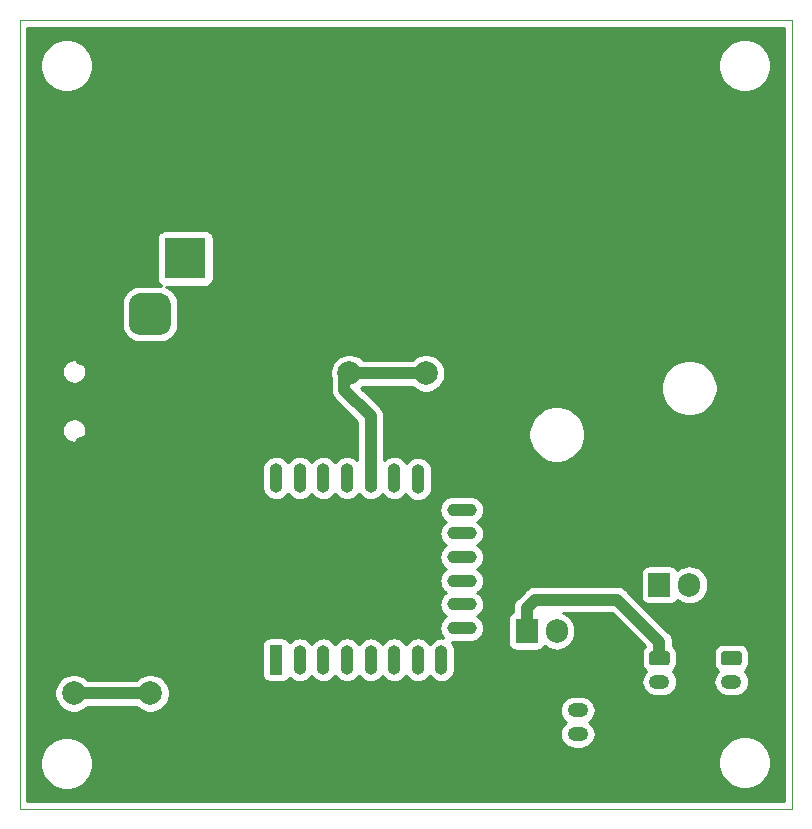
<source format=gbr>
%TF.GenerationSoftware,KiCad,Pcbnew,(5.1.5)-3*%
%TF.CreationDate,2020-09-10T16:10:11-05:00*%
%TF.ProjectId,UVLight,55564c69-6768-4742-9e6b-696361645f70,rev?*%
%TF.SameCoordinates,Original*%
%TF.FileFunction,Copper,L2,Bot*%
%TF.FilePolarity,Positive*%
%FSLAX46Y46*%
G04 Gerber Fmt 4.6, Leading zero omitted, Abs format (unit mm)*
G04 Created by KiCad (PCBNEW (5.1.5)-3) date 2020-09-10 16:10:11*
%MOMM*%
%LPD*%
G04 APERTURE LIST*
%ADD10C,0.050000*%
%ADD11C,2.000000*%
%ADD12R,1.100000X2.500000*%
%ADD13O,1.100000X2.500000*%
%ADD14O,2.500000X1.100000*%
%ADD15R,1.905000X2.000000*%
%ADD16O,1.905000X2.000000*%
%ADD17R,3.500000X3.500000*%
%ADD18C,0.100000*%
%ADD19O,2.000000X1.450000*%
%ADD20O,1.800000X1.150000*%
%ADD21O,1.750000X1.200000*%
%ADD22C,0.800000*%
%ADD23C,1.000000*%
%ADD24C,0.254000*%
G04 APERTURE END LIST*
D10*
X95885000Y-140462000D02*
X95885000Y-73660000D01*
X161290000Y-140462000D02*
X95885000Y-140462000D01*
X161290000Y-73660000D02*
X161290000Y-140462000D01*
X95885000Y-73660000D02*
X161290000Y-73660000D01*
D11*
X106957000Y-126174000D03*
X106957000Y-130674000D03*
X100457000Y-126174000D03*
X100457000Y-130674000D03*
D12*
X117602000Y-127827000D03*
D13*
X119602000Y-127827000D03*
X121602000Y-127827000D03*
X123602000Y-127827000D03*
X125602000Y-127827000D03*
X127602000Y-127827000D03*
X129602000Y-127827000D03*
X131602000Y-127827000D03*
X131602000Y-112427000D03*
X129602000Y-112527000D03*
X127602000Y-112427000D03*
X125602000Y-112427000D03*
X123602000Y-112427000D03*
X121602000Y-112427000D03*
X119602000Y-112427000D03*
X117602000Y-112427000D03*
D14*
X133302000Y-125137000D03*
X133302000Y-123137000D03*
X133302000Y-121137000D03*
X133302000Y-119137000D03*
X133302000Y-117137000D03*
X133302000Y-115137000D03*
D15*
X138811000Y-125412000D03*
D16*
X141351000Y-125412000D03*
X143891000Y-125412000D03*
X155130000Y-121475500D03*
X152590000Y-121475500D03*
D15*
X150050000Y-121475500D03*
D17*
X109918500Y-93853000D03*
%TA.AperFunction,ComponentPad*%
D18*
G36*
X104742013Y-92106611D02*
G01*
X104814818Y-92117411D01*
X104886214Y-92135295D01*
X104955513Y-92160090D01*
X105022048Y-92191559D01*
X105085178Y-92229398D01*
X105144295Y-92273242D01*
X105198830Y-92322670D01*
X105248258Y-92377205D01*
X105292102Y-92436322D01*
X105329941Y-92499452D01*
X105361410Y-92565987D01*
X105386205Y-92635286D01*
X105404089Y-92706682D01*
X105414889Y-92779487D01*
X105418500Y-92853000D01*
X105418500Y-94853000D01*
X105414889Y-94926513D01*
X105404089Y-94999318D01*
X105386205Y-95070714D01*
X105361410Y-95140013D01*
X105329941Y-95206548D01*
X105292102Y-95269678D01*
X105248258Y-95328795D01*
X105198830Y-95383330D01*
X105144295Y-95432758D01*
X105085178Y-95476602D01*
X105022048Y-95514441D01*
X104955513Y-95545910D01*
X104886214Y-95570705D01*
X104814818Y-95588589D01*
X104742013Y-95599389D01*
X104668500Y-95603000D01*
X103168500Y-95603000D01*
X103094987Y-95599389D01*
X103022182Y-95588589D01*
X102950786Y-95570705D01*
X102881487Y-95545910D01*
X102814952Y-95514441D01*
X102751822Y-95476602D01*
X102692705Y-95432758D01*
X102638170Y-95383330D01*
X102588742Y-95328795D01*
X102544898Y-95269678D01*
X102507059Y-95206548D01*
X102475590Y-95140013D01*
X102450795Y-95070714D01*
X102432911Y-94999318D01*
X102422111Y-94926513D01*
X102418500Y-94853000D01*
X102418500Y-92853000D01*
X102422111Y-92779487D01*
X102432911Y-92706682D01*
X102450795Y-92635286D01*
X102475590Y-92565987D01*
X102507059Y-92499452D01*
X102544898Y-92436322D01*
X102588742Y-92377205D01*
X102638170Y-92322670D01*
X102692705Y-92273242D01*
X102751822Y-92229398D01*
X102814952Y-92191559D01*
X102881487Y-92160090D01*
X102950786Y-92135295D01*
X103022182Y-92117411D01*
X103094987Y-92106611D01*
X103168500Y-92103000D01*
X104668500Y-92103000D01*
X104742013Y-92106611D01*
G37*
%TD.AperFunction*%
%TA.AperFunction,ComponentPad*%
G36*
X107879265Y-96807213D02*
G01*
X107964204Y-96819813D01*
X108047499Y-96840677D01*
X108128348Y-96869605D01*
X108205972Y-96906319D01*
X108279624Y-96950464D01*
X108348594Y-97001616D01*
X108412218Y-97059282D01*
X108469884Y-97122906D01*
X108521036Y-97191876D01*
X108565181Y-97265528D01*
X108601895Y-97343152D01*
X108630823Y-97424001D01*
X108651687Y-97507296D01*
X108664287Y-97592235D01*
X108668500Y-97678000D01*
X108668500Y-99428000D01*
X108664287Y-99513765D01*
X108651687Y-99598704D01*
X108630823Y-99681999D01*
X108601895Y-99762848D01*
X108565181Y-99840472D01*
X108521036Y-99914124D01*
X108469884Y-99983094D01*
X108412218Y-100046718D01*
X108348594Y-100104384D01*
X108279624Y-100155536D01*
X108205972Y-100199681D01*
X108128348Y-100236395D01*
X108047499Y-100265323D01*
X107964204Y-100286187D01*
X107879265Y-100298787D01*
X107793500Y-100303000D01*
X106043500Y-100303000D01*
X105957735Y-100298787D01*
X105872796Y-100286187D01*
X105789501Y-100265323D01*
X105708652Y-100236395D01*
X105631028Y-100199681D01*
X105557376Y-100155536D01*
X105488406Y-100104384D01*
X105424782Y-100046718D01*
X105367116Y-99983094D01*
X105315964Y-99914124D01*
X105271819Y-99840472D01*
X105235105Y-99762848D01*
X105206177Y-99681999D01*
X105185313Y-99598704D01*
X105172713Y-99513765D01*
X105168500Y-99428000D01*
X105168500Y-97678000D01*
X105172713Y-97592235D01*
X105185313Y-97507296D01*
X105206177Y-97424001D01*
X105235105Y-97343152D01*
X105271819Y-97265528D01*
X105315964Y-97191876D01*
X105367116Y-97122906D01*
X105424782Y-97059282D01*
X105488406Y-97001616D01*
X105557376Y-96950464D01*
X105631028Y-96906319D01*
X105708652Y-96869605D01*
X105789501Y-96840677D01*
X105872796Y-96819813D01*
X105957735Y-96807213D01*
X106043500Y-96803000D01*
X107793500Y-96803000D01*
X107879265Y-96807213D01*
G37*
%TD.AperFunction*%
D19*
X101545000Y-102193000D03*
X101545000Y-109643000D03*
D20*
X97745000Y-102043000D03*
X97745000Y-109793000D03*
D21*
X150051000Y-129698500D03*
%TA.AperFunction,ComponentPad*%
D18*
G36*
X150700505Y-127099704D02*
G01*
X150724773Y-127103304D01*
X150748572Y-127109265D01*
X150771671Y-127117530D01*
X150793850Y-127128020D01*
X150814893Y-127140632D01*
X150834599Y-127155247D01*
X150852777Y-127171723D01*
X150869253Y-127189901D01*
X150883868Y-127209607D01*
X150896480Y-127230650D01*
X150906970Y-127252829D01*
X150915235Y-127275928D01*
X150921196Y-127299727D01*
X150924796Y-127323995D01*
X150926000Y-127348499D01*
X150926000Y-128048501D01*
X150924796Y-128073005D01*
X150921196Y-128097273D01*
X150915235Y-128121072D01*
X150906970Y-128144171D01*
X150896480Y-128166350D01*
X150883868Y-128187393D01*
X150869253Y-128207099D01*
X150852777Y-128225277D01*
X150834599Y-128241753D01*
X150814893Y-128256368D01*
X150793850Y-128268980D01*
X150771671Y-128279470D01*
X150748572Y-128287735D01*
X150724773Y-128293696D01*
X150700505Y-128297296D01*
X150676001Y-128298500D01*
X149425999Y-128298500D01*
X149401495Y-128297296D01*
X149377227Y-128293696D01*
X149353428Y-128287735D01*
X149330329Y-128279470D01*
X149308150Y-128268980D01*
X149287107Y-128256368D01*
X149267401Y-128241753D01*
X149249223Y-128225277D01*
X149232747Y-128207099D01*
X149218132Y-128187393D01*
X149205520Y-128166350D01*
X149195030Y-128144171D01*
X149186765Y-128121072D01*
X149180804Y-128097273D01*
X149177204Y-128073005D01*
X149176000Y-128048501D01*
X149176000Y-127348499D01*
X149177204Y-127323995D01*
X149180804Y-127299727D01*
X149186765Y-127275928D01*
X149195030Y-127252829D01*
X149205520Y-127230650D01*
X149218132Y-127209607D01*
X149232747Y-127189901D01*
X149249223Y-127171723D01*
X149267401Y-127155247D01*
X149287107Y-127140632D01*
X149308150Y-127128020D01*
X149330329Y-127117530D01*
X149353428Y-127109265D01*
X149377227Y-127103304D01*
X149401495Y-127099704D01*
X149425999Y-127098500D01*
X150676001Y-127098500D01*
X150700505Y-127099704D01*
G37*
%TD.AperFunction*%
%TA.AperFunction,ComponentPad*%
G36*
X156796505Y-127099704D02*
G01*
X156820773Y-127103304D01*
X156844572Y-127109265D01*
X156867671Y-127117530D01*
X156889850Y-127128020D01*
X156910893Y-127140632D01*
X156930599Y-127155247D01*
X156948777Y-127171723D01*
X156965253Y-127189901D01*
X156979868Y-127209607D01*
X156992480Y-127230650D01*
X157002970Y-127252829D01*
X157011235Y-127275928D01*
X157017196Y-127299727D01*
X157020796Y-127323995D01*
X157022000Y-127348499D01*
X157022000Y-128048501D01*
X157020796Y-128073005D01*
X157017196Y-128097273D01*
X157011235Y-128121072D01*
X157002970Y-128144171D01*
X156992480Y-128166350D01*
X156979868Y-128187393D01*
X156965253Y-128207099D01*
X156948777Y-128225277D01*
X156930599Y-128241753D01*
X156910893Y-128256368D01*
X156889850Y-128268980D01*
X156867671Y-128279470D01*
X156844572Y-128287735D01*
X156820773Y-128293696D01*
X156796505Y-128297296D01*
X156772001Y-128298500D01*
X155521999Y-128298500D01*
X155497495Y-128297296D01*
X155473227Y-128293696D01*
X155449428Y-128287735D01*
X155426329Y-128279470D01*
X155404150Y-128268980D01*
X155383107Y-128256368D01*
X155363401Y-128241753D01*
X155345223Y-128225277D01*
X155328747Y-128207099D01*
X155314132Y-128187393D01*
X155301520Y-128166350D01*
X155291030Y-128144171D01*
X155282765Y-128121072D01*
X155276804Y-128097273D01*
X155273204Y-128073005D01*
X155272000Y-128048501D01*
X155272000Y-127348499D01*
X155273204Y-127323995D01*
X155276804Y-127299727D01*
X155282765Y-127275928D01*
X155291030Y-127252829D01*
X155301520Y-127230650D01*
X155314132Y-127209607D01*
X155328747Y-127189901D01*
X155345223Y-127171723D01*
X155363401Y-127155247D01*
X155383107Y-127140632D01*
X155404150Y-127128020D01*
X155426329Y-127117530D01*
X155449428Y-127109265D01*
X155473227Y-127103304D01*
X155497495Y-127099704D01*
X155521999Y-127098500D01*
X156772001Y-127098500D01*
X156796505Y-127099704D01*
G37*
%TD.AperFunction*%
D21*
X156147000Y-129698500D03*
%TA.AperFunction,ComponentPad*%
D18*
G36*
X143778505Y-129513204D02*
G01*
X143802773Y-129516804D01*
X143826572Y-129522765D01*
X143849671Y-129531030D01*
X143871850Y-129541520D01*
X143892893Y-129554132D01*
X143912599Y-129568747D01*
X143930777Y-129585223D01*
X143947253Y-129603401D01*
X143961868Y-129623107D01*
X143974480Y-129644150D01*
X143984970Y-129666329D01*
X143993235Y-129689428D01*
X143999196Y-129713227D01*
X144002796Y-129737495D01*
X144004000Y-129761999D01*
X144004000Y-130462001D01*
X144002796Y-130486505D01*
X143999196Y-130510773D01*
X143993235Y-130534572D01*
X143984970Y-130557671D01*
X143974480Y-130579850D01*
X143961868Y-130600893D01*
X143947253Y-130620599D01*
X143930777Y-130638777D01*
X143912599Y-130655253D01*
X143892893Y-130669868D01*
X143871850Y-130682480D01*
X143849671Y-130692970D01*
X143826572Y-130701235D01*
X143802773Y-130707196D01*
X143778505Y-130710796D01*
X143754001Y-130712000D01*
X142503999Y-130712000D01*
X142479495Y-130710796D01*
X142455227Y-130707196D01*
X142431428Y-130701235D01*
X142408329Y-130692970D01*
X142386150Y-130682480D01*
X142365107Y-130669868D01*
X142345401Y-130655253D01*
X142327223Y-130638777D01*
X142310747Y-130620599D01*
X142296132Y-130600893D01*
X142283520Y-130579850D01*
X142273030Y-130557671D01*
X142264765Y-130534572D01*
X142258804Y-130510773D01*
X142255204Y-130486505D01*
X142254000Y-130462001D01*
X142254000Y-129761999D01*
X142255204Y-129737495D01*
X142258804Y-129713227D01*
X142264765Y-129689428D01*
X142273030Y-129666329D01*
X142283520Y-129644150D01*
X142296132Y-129623107D01*
X142310747Y-129603401D01*
X142327223Y-129585223D01*
X142345401Y-129568747D01*
X142365107Y-129554132D01*
X142386150Y-129541520D01*
X142408329Y-129531030D01*
X142431428Y-129522765D01*
X142455227Y-129516804D01*
X142479495Y-129513204D01*
X142503999Y-129512000D01*
X143754001Y-129512000D01*
X143778505Y-129513204D01*
G37*
%TD.AperFunction*%
D21*
X143129000Y-132112000D03*
X143129000Y-134112000D03*
D11*
X130302000Y-99068000D03*
X130302000Y-103568000D03*
X123802000Y-99068000D03*
X123802000Y-103568000D03*
D22*
X108013500Y-79311500D03*
X132969000Y-89281000D03*
X132969000Y-106045000D03*
D23*
X106957000Y-126174000D02*
X100457000Y-126174000D01*
X123358000Y-99068000D02*
X129858000Y-99068000D01*
X138811000Y-123412000D02*
X139477500Y-122745500D01*
X138811000Y-125412000D02*
X138811000Y-123412000D01*
X139477500Y-122745500D02*
X146494500Y-122745500D01*
X150051000Y-126302000D02*
X150051000Y-127698500D01*
X146494500Y-122745500D02*
X150051000Y-126302000D01*
X100457000Y-130674000D02*
X106957000Y-130674000D01*
X123358000Y-103568000D02*
X129858000Y-103568000D01*
X125602000Y-107226213D02*
X125602000Y-113127000D01*
X123358000Y-104982213D02*
X125602000Y-107226213D01*
X123358000Y-103568000D02*
X123358000Y-104982213D01*
D24*
G36*
X160630001Y-139802000D02*
G01*
X96545000Y-139802000D01*
X96545000Y-136368372D01*
X97650500Y-136368372D01*
X97650500Y-136808628D01*
X97736390Y-137240425D01*
X97904869Y-137647169D01*
X98149462Y-138013229D01*
X98460771Y-138324538D01*
X98826831Y-138569131D01*
X99233575Y-138737610D01*
X99665372Y-138823500D01*
X100105628Y-138823500D01*
X100537425Y-138737610D01*
X100944169Y-138569131D01*
X101310229Y-138324538D01*
X101621538Y-138013229D01*
X101866131Y-137647169D01*
X102034610Y-137240425D01*
X102120500Y-136808628D01*
X102120500Y-136368372D01*
X102107870Y-136304872D01*
X155054500Y-136304872D01*
X155054500Y-136745128D01*
X155140390Y-137176925D01*
X155308869Y-137583669D01*
X155553462Y-137949729D01*
X155864771Y-138261038D01*
X156230831Y-138505631D01*
X156637575Y-138674110D01*
X157069372Y-138760000D01*
X157509628Y-138760000D01*
X157941425Y-138674110D01*
X158348169Y-138505631D01*
X158714229Y-138261038D01*
X159025538Y-137949729D01*
X159270131Y-137583669D01*
X159438610Y-137176925D01*
X159524500Y-136745128D01*
X159524500Y-136304872D01*
X159438610Y-135873075D01*
X159270131Y-135466331D01*
X159025538Y-135100271D01*
X158714229Y-134788962D01*
X158348169Y-134544369D01*
X157941425Y-134375890D01*
X157509628Y-134290000D01*
X157069372Y-134290000D01*
X156637575Y-134375890D01*
X156230831Y-134544369D01*
X155864771Y-134788962D01*
X155553462Y-135100271D01*
X155308869Y-135466331D01*
X155140390Y-135873075D01*
X155054500Y-136304872D01*
X102107870Y-136304872D01*
X102034610Y-135936575D01*
X101866131Y-135529831D01*
X101621538Y-135163771D01*
X101310229Y-134852462D01*
X100944169Y-134607869D01*
X100537425Y-134439390D01*
X100105628Y-134353500D01*
X99665372Y-134353500D01*
X99233575Y-134439390D01*
X98826831Y-134607869D01*
X98460771Y-134852462D01*
X98149462Y-135163771D01*
X97904869Y-135529831D01*
X97736390Y-135936575D01*
X97650500Y-136368372D01*
X96545000Y-136368372D01*
X96545000Y-130512967D01*
X98822000Y-130512967D01*
X98822000Y-130835033D01*
X98884832Y-131150912D01*
X99008082Y-131448463D01*
X99187013Y-131716252D01*
X99414748Y-131943987D01*
X99682537Y-132122918D01*
X99980088Y-132246168D01*
X100295967Y-132309000D01*
X100618033Y-132309000D01*
X100933912Y-132246168D01*
X101231463Y-132122918D01*
X101499252Y-131943987D01*
X101634239Y-131809000D01*
X105779761Y-131809000D01*
X105914748Y-131943987D01*
X106182537Y-132122918D01*
X106480088Y-132246168D01*
X106795967Y-132309000D01*
X107118033Y-132309000D01*
X107433912Y-132246168D01*
X107731463Y-132122918D01*
X107747802Y-132112000D01*
X141613025Y-132112000D01*
X141636870Y-132354102D01*
X141707489Y-132586901D01*
X141822167Y-132801449D01*
X141976498Y-132989502D01*
X142125762Y-133112000D01*
X141976498Y-133234498D01*
X141822167Y-133422551D01*
X141707489Y-133637099D01*
X141636870Y-133869898D01*
X141613025Y-134112000D01*
X141636870Y-134354102D01*
X141707489Y-134586901D01*
X141822167Y-134801449D01*
X141976498Y-134989502D01*
X142164551Y-135143833D01*
X142379099Y-135258511D01*
X142611898Y-135329130D01*
X142793335Y-135347000D01*
X143464665Y-135347000D01*
X143646102Y-135329130D01*
X143878901Y-135258511D01*
X144093449Y-135143833D01*
X144281502Y-134989502D01*
X144435833Y-134801449D01*
X144550511Y-134586901D01*
X144621130Y-134354102D01*
X144644975Y-134112000D01*
X144621130Y-133869898D01*
X144550511Y-133637099D01*
X144435833Y-133422551D01*
X144281502Y-133234498D01*
X144132238Y-133112000D01*
X144281502Y-132989502D01*
X144435833Y-132801449D01*
X144550511Y-132586901D01*
X144621130Y-132354102D01*
X144644975Y-132112000D01*
X144621130Y-131869898D01*
X144550511Y-131637099D01*
X144435833Y-131422551D01*
X144281502Y-131234498D01*
X144093449Y-131080167D01*
X143878901Y-130965489D01*
X143646102Y-130894870D01*
X143464665Y-130877000D01*
X142793335Y-130877000D01*
X142611898Y-130894870D01*
X142379099Y-130965489D01*
X142164551Y-131080167D01*
X141976498Y-131234498D01*
X141822167Y-131422551D01*
X141707489Y-131637099D01*
X141636870Y-131869898D01*
X141613025Y-132112000D01*
X107747802Y-132112000D01*
X107999252Y-131943987D01*
X108226987Y-131716252D01*
X108405918Y-131448463D01*
X108529168Y-131150912D01*
X108592000Y-130835033D01*
X108592000Y-130512967D01*
X108529168Y-130197088D01*
X108405918Y-129899537D01*
X108226987Y-129631748D01*
X107999252Y-129404013D01*
X107731463Y-129225082D01*
X107433912Y-129101832D01*
X107118033Y-129039000D01*
X106795967Y-129039000D01*
X106480088Y-129101832D01*
X106182537Y-129225082D01*
X105914748Y-129404013D01*
X105779761Y-129539000D01*
X101634239Y-129539000D01*
X101499252Y-129404013D01*
X101231463Y-129225082D01*
X100933912Y-129101832D01*
X100618033Y-129039000D01*
X100295967Y-129039000D01*
X99980088Y-129101832D01*
X99682537Y-129225082D01*
X99414748Y-129404013D01*
X99187013Y-129631748D01*
X99008082Y-129899537D01*
X98884832Y-130197088D01*
X98822000Y-130512967D01*
X96545000Y-130512967D01*
X96545000Y-126577000D01*
X116413928Y-126577000D01*
X116413928Y-129077000D01*
X116426188Y-129201482D01*
X116462498Y-129321180D01*
X116521463Y-129431494D01*
X116600815Y-129528185D01*
X116697506Y-129607537D01*
X116807820Y-129666502D01*
X116927518Y-129702812D01*
X117052000Y-129715072D01*
X118152000Y-129715072D01*
X118276482Y-129702812D01*
X118396180Y-129666502D01*
X118506494Y-129607537D01*
X118603185Y-129528185D01*
X118682537Y-129431494D01*
X118733337Y-129336455D01*
X118760026Y-129368975D01*
X118940465Y-129517058D01*
X119146327Y-129627094D01*
X119369701Y-129694853D01*
X119602000Y-129717733D01*
X119834300Y-129694853D01*
X120057674Y-129627094D01*
X120263536Y-129517058D01*
X120443975Y-129368975D01*
X120592058Y-129188536D01*
X120602000Y-129169935D01*
X120611943Y-129188536D01*
X120760026Y-129368975D01*
X120940465Y-129517058D01*
X121146327Y-129627094D01*
X121369701Y-129694853D01*
X121602000Y-129717733D01*
X121834300Y-129694853D01*
X122057674Y-129627094D01*
X122263536Y-129517058D01*
X122443975Y-129368975D01*
X122592058Y-129188536D01*
X122602000Y-129169935D01*
X122611943Y-129188536D01*
X122760026Y-129368975D01*
X122940465Y-129517058D01*
X123146327Y-129627094D01*
X123369701Y-129694853D01*
X123602000Y-129717733D01*
X123834300Y-129694853D01*
X124057674Y-129627094D01*
X124263536Y-129517058D01*
X124443975Y-129368975D01*
X124592058Y-129188536D01*
X124602000Y-129169935D01*
X124611943Y-129188536D01*
X124760026Y-129368975D01*
X124940465Y-129517058D01*
X125146327Y-129627094D01*
X125369701Y-129694853D01*
X125602000Y-129717733D01*
X125834300Y-129694853D01*
X126057674Y-129627094D01*
X126263536Y-129517058D01*
X126443975Y-129368975D01*
X126592058Y-129188536D01*
X126602000Y-129169935D01*
X126611943Y-129188536D01*
X126760026Y-129368975D01*
X126940465Y-129517058D01*
X127146327Y-129627094D01*
X127369701Y-129694853D01*
X127602000Y-129717733D01*
X127834300Y-129694853D01*
X128057674Y-129627094D01*
X128263536Y-129517058D01*
X128443975Y-129368975D01*
X128592058Y-129188536D01*
X128602000Y-129169935D01*
X128611943Y-129188536D01*
X128760026Y-129368975D01*
X128940465Y-129517058D01*
X129146327Y-129627094D01*
X129369701Y-129694853D01*
X129602000Y-129717733D01*
X129834300Y-129694853D01*
X130057674Y-129627094D01*
X130263536Y-129517058D01*
X130443975Y-129368975D01*
X130592058Y-129188536D01*
X130602000Y-129169935D01*
X130611943Y-129188536D01*
X130760026Y-129368975D01*
X130940465Y-129517058D01*
X131146327Y-129627094D01*
X131369701Y-129694853D01*
X131602000Y-129717733D01*
X131834300Y-129694853D01*
X132057674Y-129627094D01*
X132263536Y-129517058D01*
X132443975Y-129368975D01*
X132592058Y-129188536D01*
X132702094Y-128982674D01*
X132769853Y-128759300D01*
X132787000Y-128585207D01*
X132787000Y-127068793D01*
X132769853Y-126894700D01*
X132702094Y-126671326D01*
X132592058Y-126465464D01*
X132468210Y-126314556D01*
X132543793Y-126322000D01*
X134060207Y-126322000D01*
X134234300Y-126304853D01*
X134457674Y-126237094D01*
X134663536Y-126127058D01*
X134843975Y-125978975D01*
X134992058Y-125798536D01*
X135102094Y-125592674D01*
X135169853Y-125369300D01*
X135192733Y-125137000D01*
X135169853Y-124904700D01*
X135102094Y-124681326D01*
X134992058Y-124475464D01*
X134939975Y-124412000D01*
X137220428Y-124412000D01*
X137220428Y-126412000D01*
X137232688Y-126536482D01*
X137268998Y-126656180D01*
X137327963Y-126766494D01*
X137407315Y-126863185D01*
X137504006Y-126942537D01*
X137614320Y-127001502D01*
X137734018Y-127037812D01*
X137858500Y-127050072D01*
X139763500Y-127050072D01*
X139887982Y-127037812D01*
X140007680Y-127001502D01*
X140117994Y-126942537D01*
X140214685Y-126863185D01*
X140294037Y-126766494D01*
X140338905Y-126682553D01*
X140464766Y-126785845D01*
X140740552Y-126933255D01*
X141039797Y-127024030D01*
X141351000Y-127054681D01*
X141662204Y-127024030D01*
X141961449Y-126933255D01*
X142237235Y-126785845D01*
X142478963Y-126587463D01*
X142677345Y-126345734D01*
X142824755Y-126069948D01*
X142915530Y-125770703D01*
X142938500Y-125537485D01*
X142938500Y-125286514D01*
X142915530Y-125053296D01*
X142824755Y-124754051D01*
X142677345Y-124478265D01*
X142478963Y-124236537D01*
X142237234Y-124038155D01*
X141961448Y-123890745D01*
X141927675Y-123880500D01*
X146024369Y-123880500D01*
X148834490Y-126690623D01*
X148798038Y-126720538D01*
X148687595Y-126855113D01*
X148605528Y-127008649D01*
X148554992Y-127175245D01*
X148537928Y-127348499D01*
X148537928Y-128048501D01*
X148554992Y-128221755D01*
X148605528Y-128388351D01*
X148687595Y-128541887D01*
X148798038Y-128676462D01*
X148932613Y-128786905D01*
X148937111Y-128789309D01*
X148898498Y-128820998D01*
X148744167Y-129009051D01*
X148629489Y-129223599D01*
X148558870Y-129456398D01*
X148535025Y-129698500D01*
X148558870Y-129940602D01*
X148629489Y-130173401D01*
X148744167Y-130387949D01*
X148898498Y-130576002D01*
X149086551Y-130730333D01*
X149301099Y-130845011D01*
X149533898Y-130915630D01*
X149715335Y-130933500D01*
X150386665Y-130933500D01*
X150568102Y-130915630D01*
X150800901Y-130845011D01*
X151015449Y-130730333D01*
X151203502Y-130576002D01*
X151357833Y-130387949D01*
X151472511Y-130173401D01*
X151543130Y-129940602D01*
X151566975Y-129698500D01*
X154631025Y-129698500D01*
X154654870Y-129940602D01*
X154725489Y-130173401D01*
X154840167Y-130387949D01*
X154994498Y-130576002D01*
X155182551Y-130730333D01*
X155397099Y-130845011D01*
X155629898Y-130915630D01*
X155811335Y-130933500D01*
X156482665Y-130933500D01*
X156664102Y-130915630D01*
X156896901Y-130845011D01*
X157111449Y-130730333D01*
X157299502Y-130576002D01*
X157453833Y-130387949D01*
X157568511Y-130173401D01*
X157639130Y-129940602D01*
X157662975Y-129698500D01*
X157639130Y-129456398D01*
X157568511Y-129223599D01*
X157453833Y-129009051D01*
X157299502Y-128820998D01*
X157260889Y-128789309D01*
X157265387Y-128786905D01*
X157399962Y-128676462D01*
X157510405Y-128541887D01*
X157592472Y-128388351D01*
X157643008Y-128221755D01*
X157660072Y-128048501D01*
X157660072Y-127348499D01*
X157643008Y-127175245D01*
X157592472Y-127008649D01*
X157510405Y-126855113D01*
X157399962Y-126720538D01*
X157265387Y-126610095D01*
X157111851Y-126528028D01*
X156945255Y-126477492D01*
X156772001Y-126460428D01*
X155521999Y-126460428D01*
X155348745Y-126477492D01*
X155182149Y-126528028D01*
X155028613Y-126610095D01*
X154894038Y-126720538D01*
X154783595Y-126855113D01*
X154701528Y-127008649D01*
X154650992Y-127175245D01*
X154633928Y-127348499D01*
X154633928Y-128048501D01*
X154650992Y-128221755D01*
X154701528Y-128388351D01*
X154783595Y-128541887D01*
X154894038Y-128676462D01*
X155028613Y-128786905D01*
X155033111Y-128789309D01*
X154994498Y-128820998D01*
X154840167Y-129009051D01*
X154725489Y-129223599D01*
X154654870Y-129456398D01*
X154631025Y-129698500D01*
X151566975Y-129698500D01*
X151543130Y-129456398D01*
X151472511Y-129223599D01*
X151357833Y-129009051D01*
X151203502Y-128820998D01*
X151164889Y-128789309D01*
X151169387Y-128786905D01*
X151303962Y-128676462D01*
X151414405Y-128541887D01*
X151496472Y-128388351D01*
X151547008Y-128221755D01*
X151564072Y-128048501D01*
X151564072Y-127348499D01*
X151547008Y-127175245D01*
X151496472Y-127008649D01*
X151414405Y-126855113D01*
X151303962Y-126720538D01*
X151186000Y-126623729D01*
X151186000Y-126357752D01*
X151191491Y-126302000D01*
X151169577Y-126079501D01*
X151104676Y-125865553D01*
X150999284Y-125668377D01*
X150892989Y-125538856D01*
X150892987Y-125538854D01*
X150857449Y-125495551D01*
X150814146Y-125460013D01*
X147336496Y-121982365D01*
X147300949Y-121939051D01*
X147128123Y-121797216D01*
X146930947Y-121691824D01*
X146716999Y-121626923D01*
X146550252Y-121610500D01*
X146550251Y-121610500D01*
X146494500Y-121605009D01*
X146438749Y-121610500D01*
X139533241Y-121610500D01*
X139477499Y-121605010D01*
X139421757Y-121610500D01*
X139421748Y-121610500D01*
X139255001Y-121626923D01*
X139041053Y-121691824D01*
X138843877Y-121797216D01*
X138671051Y-121939051D01*
X138635504Y-121982365D01*
X138047860Y-122570009D01*
X138004552Y-122605551D01*
X137862717Y-122778377D01*
X137824784Y-122849345D01*
X137757324Y-122975554D01*
X137692423Y-123189502D01*
X137670509Y-123412000D01*
X137676001Y-123467761D01*
X137676001Y-123803787D01*
X137614320Y-123822498D01*
X137504006Y-123881463D01*
X137407315Y-123960815D01*
X137327963Y-124057506D01*
X137268998Y-124167820D01*
X137232688Y-124287518D01*
X137220428Y-124412000D01*
X134939975Y-124412000D01*
X134843975Y-124295025D01*
X134663536Y-124146942D01*
X134644936Y-124137000D01*
X134663536Y-124127058D01*
X134843975Y-123978975D01*
X134992058Y-123798536D01*
X135102094Y-123592674D01*
X135169853Y-123369300D01*
X135192733Y-123137000D01*
X135169853Y-122904700D01*
X135102094Y-122681326D01*
X134992058Y-122475464D01*
X134843975Y-122295025D01*
X134663536Y-122146942D01*
X134644936Y-122137000D01*
X134663536Y-122127058D01*
X134843975Y-121978975D01*
X134992058Y-121798536D01*
X135102094Y-121592674D01*
X135169853Y-121369300D01*
X135192733Y-121137000D01*
X135169853Y-120904700D01*
X135102094Y-120681326D01*
X134992078Y-120475500D01*
X148459428Y-120475500D01*
X148459428Y-122475500D01*
X148471688Y-122599982D01*
X148507998Y-122719680D01*
X148566963Y-122829994D01*
X148646315Y-122926685D01*
X148743006Y-123006037D01*
X148853320Y-123065002D01*
X148973018Y-123101312D01*
X149097500Y-123113572D01*
X151002500Y-123113572D01*
X151126982Y-123101312D01*
X151246680Y-123065002D01*
X151356994Y-123006037D01*
X151453685Y-122926685D01*
X151533037Y-122829994D01*
X151577905Y-122746053D01*
X151703766Y-122849345D01*
X151979552Y-122996755D01*
X152278797Y-123087530D01*
X152590000Y-123118181D01*
X152901204Y-123087530D01*
X153200449Y-122996755D01*
X153476235Y-122849345D01*
X153717963Y-122650963D01*
X153916345Y-122409234D01*
X154063755Y-122133448D01*
X154154530Y-121834203D01*
X154177500Y-121600985D01*
X154177500Y-121350014D01*
X154154530Y-121116796D01*
X154063755Y-120817551D01*
X153916345Y-120541765D01*
X153717963Y-120300037D01*
X153476234Y-120101655D01*
X153200448Y-119954245D01*
X152901203Y-119863470D01*
X152590000Y-119832819D01*
X152278796Y-119863470D01*
X151979551Y-119954245D01*
X151703765Y-120101655D01*
X151577905Y-120204946D01*
X151533037Y-120121006D01*
X151453685Y-120024315D01*
X151356994Y-119944963D01*
X151246680Y-119885998D01*
X151126982Y-119849688D01*
X151002500Y-119837428D01*
X149097500Y-119837428D01*
X148973018Y-119849688D01*
X148853320Y-119885998D01*
X148743006Y-119944963D01*
X148646315Y-120024315D01*
X148566963Y-120121006D01*
X148507998Y-120231320D01*
X148471688Y-120351018D01*
X148459428Y-120475500D01*
X134992078Y-120475500D01*
X134992058Y-120475464D01*
X134843975Y-120295025D01*
X134663536Y-120146942D01*
X134644936Y-120137000D01*
X134663536Y-120127058D01*
X134843975Y-119978975D01*
X134992058Y-119798536D01*
X135102094Y-119592674D01*
X135169853Y-119369300D01*
X135192733Y-119137000D01*
X135169853Y-118904700D01*
X135102094Y-118681326D01*
X134992058Y-118475464D01*
X134843975Y-118295025D01*
X134663536Y-118146942D01*
X134644936Y-118137000D01*
X134663536Y-118127058D01*
X134843975Y-117978975D01*
X134992058Y-117798536D01*
X135102094Y-117592674D01*
X135169853Y-117369300D01*
X135192733Y-117137000D01*
X135169853Y-116904700D01*
X135102094Y-116681326D01*
X134992058Y-116475464D01*
X134843975Y-116295025D01*
X134663536Y-116146942D01*
X134644936Y-116137000D01*
X134663536Y-116127058D01*
X134843975Y-115978975D01*
X134992058Y-115798536D01*
X135102094Y-115592674D01*
X135169853Y-115369300D01*
X135192733Y-115137000D01*
X135169853Y-114904700D01*
X135102094Y-114681326D01*
X134992058Y-114475464D01*
X134843975Y-114295025D01*
X134663536Y-114146942D01*
X134457674Y-114036906D01*
X134234300Y-113969147D01*
X134060207Y-113952000D01*
X132543793Y-113952000D01*
X132369700Y-113969147D01*
X132146326Y-114036906D01*
X131940464Y-114146942D01*
X131760025Y-114295025D01*
X131611942Y-114475464D01*
X131501906Y-114681326D01*
X131434147Y-114904700D01*
X131411267Y-115137000D01*
X131434147Y-115369300D01*
X131501906Y-115592674D01*
X131611942Y-115798536D01*
X131760025Y-115978975D01*
X131940464Y-116127058D01*
X131959064Y-116137000D01*
X131940464Y-116146942D01*
X131760025Y-116295025D01*
X131611942Y-116475464D01*
X131501906Y-116681326D01*
X131434147Y-116904700D01*
X131411267Y-117137000D01*
X131434147Y-117369300D01*
X131501906Y-117592674D01*
X131611942Y-117798536D01*
X131760025Y-117978975D01*
X131940464Y-118127058D01*
X131959064Y-118137000D01*
X131940464Y-118146942D01*
X131760025Y-118295025D01*
X131611942Y-118475464D01*
X131501906Y-118681326D01*
X131434147Y-118904700D01*
X131411267Y-119137000D01*
X131434147Y-119369300D01*
X131501906Y-119592674D01*
X131611942Y-119798536D01*
X131760025Y-119978975D01*
X131940464Y-120127058D01*
X131959064Y-120137000D01*
X131940464Y-120146942D01*
X131760025Y-120295025D01*
X131611942Y-120475464D01*
X131501906Y-120681326D01*
X131434147Y-120904700D01*
X131411267Y-121137000D01*
X131434147Y-121369300D01*
X131501906Y-121592674D01*
X131611942Y-121798536D01*
X131760025Y-121978975D01*
X131940464Y-122127058D01*
X131959064Y-122137000D01*
X131940464Y-122146942D01*
X131760025Y-122295025D01*
X131611942Y-122475464D01*
X131501906Y-122681326D01*
X131434147Y-122904700D01*
X131411267Y-123137000D01*
X131434147Y-123369300D01*
X131501906Y-123592674D01*
X131611942Y-123798536D01*
X131760025Y-123978975D01*
X131940464Y-124127058D01*
X131959064Y-124137000D01*
X131940464Y-124146942D01*
X131760025Y-124295025D01*
X131611942Y-124475464D01*
X131501906Y-124681326D01*
X131434147Y-124904700D01*
X131411267Y-125137000D01*
X131434147Y-125369300D01*
X131501906Y-125592674D01*
X131611942Y-125798536D01*
X131735790Y-125949444D01*
X131602000Y-125936267D01*
X131369700Y-125959147D01*
X131146326Y-126026906D01*
X130940464Y-126136942D01*
X130760025Y-126285025D01*
X130611942Y-126465465D01*
X130602000Y-126484065D01*
X130592058Y-126465464D01*
X130443975Y-126285025D01*
X130263535Y-126136942D01*
X130057673Y-126026906D01*
X129834299Y-125959147D01*
X129602000Y-125936267D01*
X129369700Y-125959147D01*
X129146326Y-126026906D01*
X128940464Y-126136942D01*
X128760025Y-126285025D01*
X128611942Y-126465465D01*
X128602000Y-126484065D01*
X128592058Y-126465464D01*
X128443975Y-126285025D01*
X128263535Y-126136942D01*
X128057673Y-126026906D01*
X127834299Y-125959147D01*
X127602000Y-125936267D01*
X127369700Y-125959147D01*
X127146326Y-126026906D01*
X126940464Y-126136942D01*
X126760025Y-126285025D01*
X126611942Y-126465465D01*
X126602000Y-126484065D01*
X126592058Y-126465464D01*
X126443975Y-126285025D01*
X126263535Y-126136942D01*
X126057673Y-126026906D01*
X125834299Y-125959147D01*
X125602000Y-125936267D01*
X125369700Y-125959147D01*
X125146326Y-126026906D01*
X124940464Y-126136942D01*
X124760025Y-126285025D01*
X124611942Y-126465465D01*
X124602000Y-126484065D01*
X124592058Y-126465464D01*
X124443975Y-126285025D01*
X124263535Y-126136942D01*
X124057673Y-126026906D01*
X123834299Y-125959147D01*
X123602000Y-125936267D01*
X123369700Y-125959147D01*
X123146326Y-126026906D01*
X122940464Y-126136942D01*
X122760025Y-126285025D01*
X122611942Y-126465465D01*
X122602000Y-126484065D01*
X122592058Y-126465464D01*
X122443975Y-126285025D01*
X122263535Y-126136942D01*
X122057673Y-126026906D01*
X121834299Y-125959147D01*
X121602000Y-125936267D01*
X121369700Y-125959147D01*
X121146326Y-126026906D01*
X120940464Y-126136942D01*
X120760025Y-126285025D01*
X120611942Y-126465465D01*
X120602000Y-126484065D01*
X120592058Y-126465464D01*
X120443975Y-126285025D01*
X120263535Y-126136942D01*
X120057673Y-126026906D01*
X119834299Y-125959147D01*
X119602000Y-125936267D01*
X119369700Y-125959147D01*
X119146326Y-126026906D01*
X118940464Y-126136942D01*
X118760025Y-126285025D01*
X118733337Y-126317545D01*
X118682537Y-126222506D01*
X118603185Y-126125815D01*
X118506494Y-126046463D01*
X118396180Y-125987498D01*
X118276482Y-125951188D01*
X118152000Y-125938928D01*
X117052000Y-125938928D01*
X116927518Y-125951188D01*
X116807820Y-125987498D01*
X116697506Y-126046463D01*
X116600815Y-126125815D01*
X116521463Y-126222506D01*
X116462498Y-126332820D01*
X116426188Y-126452518D01*
X116413928Y-126577000D01*
X96545000Y-126577000D01*
X96545000Y-111668794D01*
X116417000Y-111668794D01*
X116417000Y-113185207D01*
X116434147Y-113359300D01*
X116501906Y-113582674D01*
X116611943Y-113788536D01*
X116760026Y-113968975D01*
X116940465Y-114117058D01*
X117146327Y-114227094D01*
X117369701Y-114294853D01*
X117602000Y-114317733D01*
X117834300Y-114294853D01*
X118057674Y-114227094D01*
X118263536Y-114117058D01*
X118443975Y-113968975D01*
X118592058Y-113788536D01*
X118602000Y-113769935D01*
X118611943Y-113788536D01*
X118760026Y-113968975D01*
X118940465Y-114117058D01*
X119146327Y-114227094D01*
X119369701Y-114294853D01*
X119602000Y-114317733D01*
X119834300Y-114294853D01*
X120057674Y-114227094D01*
X120263536Y-114117058D01*
X120443975Y-113968975D01*
X120592058Y-113788536D01*
X120602000Y-113769935D01*
X120611943Y-113788536D01*
X120760026Y-113968975D01*
X120940465Y-114117058D01*
X121146327Y-114227094D01*
X121369701Y-114294853D01*
X121602000Y-114317733D01*
X121834300Y-114294853D01*
X122057674Y-114227094D01*
X122263536Y-114117058D01*
X122443975Y-113968975D01*
X122592058Y-113788536D01*
X122602000Y-113769935D01*
X122611943Y-113788536D01*
X122760026Y-113968975D01*
X122940465Y-114117058D01*
X123146327Y-114227094D01*
X123369701Y-114294853D01*
X123602000Y-114317733D01*
X123834300Y-114294853D01*
X124057674Y-114227094D01*
X124263536Y-114117058D01*
X124443975Y-113968975D01*
X124592058Y-113788536D01*
X124602000Y-113769935D01*
X124611943Y-113788536D01*
X124760026Y-113968975D01*
X124940465Y-114117058D01*
X125146327Y-114227094D01*
X125369701Y-114294853D01*
X125602000Y-114317733D01*
X125834300Y-114294853D01*
X126057674Y-114227094D01*
X126263536Y-114117058D01*
X126443975Y-113968975D01*
X126592058Y-113788536D01*
X126602000Y-113769935D01*
X126611943Y-113788536D01*
X126760026Y-113968975D01*
X126940465Y-114117058D01*
X127146327Y-114227094D01*
X127369701Y-114294853D01*
X127602000Y-114317733D01*
X127834300Y-114294853D01*
X128057674Y-114227094D01*
X128263536Y-114117058D01*
X128443975Y-113968975D01*
X128571731Y-113813305D01*
X128611943Y-113888536D01*
X128760026Y-114068975D01*
X128940465Y-114217058D01*
X129146327Y-114327094D01*
X129369701Y-114394853D01*
X129602000Y-114417733D01*
X129834300Y-114394853D01*
X130057674Y-114327094D01*
X130263536Y-114217058D01*
X130443975Y-114068975D01*
X130592058Y-113888536D01*
X130702094Y-113682674D01*
X130769853Y-113459300D01*
X130787000Y-113285207D01*
X130787000Y-111768793D01*
X130769853Y-111594700D01*
X130702094Y-111371326D01*
X130592058Y-111165464D01*
X130443975Y-110985025D01*
X130263535Y-110836942D01*
X130057673Y-110726906D01*
X129834299Y-110659147D01*
X129602000Y-110636267D01*
X129369700Y-110659147D01*
X129146326Y-110726906D01*
X128940464Y-110836942D01*
X128760025Y-110985025D01*
X128632270Y-111140695D01*
X128592058Y-111065464D01*
X128443975Y-110885025D01*
X128263535Y-110736942D01*
X128057673Y-110626906D01*
X127834299Y-110559147D01*
X127602000Y-110536267D01*
X127369700Y-110559147D01*
X127146326Y-110626906D01*
X126940464Y-110736942D01*
X126760025Y-110885025D01*
X126737000Y-110913081D01*
X126737000Y-108517098D01*
X138966000Y-108517098D01*
X138966000Y-108986902D01*
X139057654Y-109447679D01*
X139237440Y-109881721D01*
X139498450Y-110272349D01*
X139830651Y-110604550D01*
X140221279Y-110865560D01*
X140655321Y-111045346D01*
X141116098Y-111137000D01*
X141585902Y-111137000D01*
X142046679Y-111045346D01*
X142480721Y-110865560D01*
X142871349Y-110604550D01*
X143203550Y-110272349D01*
X143464560Y-109881721D01*
X143644346Y-109447679D01*
X143736000Y-108986902D01*
X143736000Y-108517098D01*
X143644346Y-108056321D01*
X143464560Y-107622279D01*
X143203550Y-107231651D01*
X142871349Y-106899450D01*
X142480721Y-106638440D01*
X142046679Y-106458654D01*
X141585902Y-106367000D01*
X141116098Y-106367000D01*
X140655321Y-106458654D01*
X140221279Y-106638440D01*
X139830651Y-106899450D01*
X139498450Y-107231651D01*
X139237440Y-107622279D01*
X139057654Y-108056321D01*
X138966000Y-108517098D01*
X126737000Y-108517098D01*
X126737000Y-107281956D01*
X126742490Y-107226212D01*
X126737000Y-107170468D01*
X126737000Y-107170461D01*
X126720577Y-107003714D01*
X126655676Y-106789766D01*
X126550284Y-106592590D01*
X126408449Y-106419764D01*
X126365141Y-106384222D01*
X124829058Y-104848139D01*
X124844252Y-104837987D01*
X124979239Y-104703000D01*
X129124761Y-104703000D01*
X129259748Y-104837987D01*
X129527537Y-105016918D01*
X129825088Y-105140168D01*
X130140967Y-105203000D01*
X130463033Y-105203000D01*
X130778912Y-105140168D01*
X131076463Y-105016918D01*
X131344252Y-104837987D01*
X131571987Y-104610252D01*
X131591801Y-104580598D01*
X150205000Y-104580598D01*
X150205000Y-105050402D01*
X150296654Y-105511179D01*
X150476440Y-105945221D01*
X150737450Y-106335849D01*
X151069651Y-106668050D01*
X151460279Y-106929060D01*
X151894321Y-107108846D01*
X152355098Y-107200500D01*
X152824902Y-107200500D01*
X153285679Y-107108846D01*
X153719721Y-106929060D01*
X154110349Y-106668050D01*
X154442550Y-106335849D01*
X154703560Y-105945221D01*
X154883346Y-105511179D01*
X154975000Y-105050402D01*
X154975000Y-104580598D01*
X154883346Y-104119821D01*
X154703560Y-103685779D01*
X154442550Y-103295151D01*
X154110349Y-102962950D01*
X153719721Y-102701940D01*
X153285679Y-102522154D01*
X152824902Y-102430500D01*
X152355098Y-102430500D01*
X151894321Y-102522154D01*
X151460279Y-102701940D01*
X151069651Y-102962950D01*
X150737450Y-103295151D01*
X150476440Y-103685779D01*
X150296654Y-104119821D01*
X150205000Y-104580598D01*
X131591801Y-104580598D01*
X131750918Y-104342463D01*
X131874168Y-104044912D01*
X131937000Y-103729033D01*
X131937000Y-103406967D01*
X131874168Y-103091088D01*
X131750918Y-102793537D01*
X131571987Y-102525748D01*
X131344252Y-102298013D01*
X131076463Y-102119082D01*
X130778912Y-101995832D01*
X130463033Y-101933000D01*
X130140967Y-101933000D01*
X129825088Y-101995832D01*
X129527537Y-102119082D01*
X129259748Y-102298013D01*
X129124761Y-102433000D01*
X124979239Y-102433000D01*
X124844252Y-102298013D01*
X124576463Y-102119082D01*
X124278912Y-101995832D01*
X123963033Y-101933000D01*
X123640967Y-101933000D01*
X123325088Y-101995832D01*
X123027537Y-102119082D01*
X122759748Y-102298013D01*
X122532013Y-102525748D01*
X122353082Y-102793537D01*
X122229832Y-103091088D01*
X122167000Y-103406967D01*
X122167000Y-103729033D01*
X122223000Y-104010565D01*
X122223000Y-104926462D01*
X122217509Y-104982213D01*
X122223000Y-105037964D01*
X122223000Y-105037965D01*
X122239423Y-105204712D01*
X122304324Y-105418660D01*
X122409717Y-105615836D01*
X122551552Y-105788662D01*
X122594860Y-105824204D01*
X124467000Y-107696345D01*
X124467001Y-110913082D01*
X124443975Y-110885025D01*
X124263535Y-110736942D01*
X124057673Y-110626906D01*
X123834299Y-110559147D01*
X123602000Y-110536267D01*
X123369700Y-110559147D01*
X123146326Y-110626906D01*
X122940464Y-110736942D01*
X122760025Y-110885025D01*
X122611942Y-111065465D01*
X122602000Y-111084065D01*
X122592058Y-111065464D01*
X122443975Y-110885025D01*
X122263535Y-110736942D01*
X122057673Y-110626906D01*
X121834299Y-110559147D01*
X121602000Y-110536267D01*
X121369700Y-110559147D01*
X121146326Y-110626906D01*
X120940464Y-110736942D01*
X120760025Y-110885025D01*
X120611942Y-111065465D01*
X120602000Y-111084065D01*
X120592058Y-111065464D01*
X120443975Y-110885025D01*
X120263535Y-110736942D01*
X120057673Y-110626906D01*
X119834299Y-110559147D01*
X119602000Y-110536267D01*
X119369700Y-110559147D01*
X119146326Y-110626906D01*
X118940464Y-110736942D01*
X118760025Y-110885025D01*
X118611942Y-111065465D01*
X118602000Y-111084065D01*
X118592058Y-111065464D01*
X118443975Y-110885025D01*
X118263535Y-110736942D01*
X118057673Y-110626906D01*
X117834299Y-110559147D01*
X117602000Y-110536267D01*
X117369700Y-110559147D01*
X117146326Y-110626906D01*
X116940464Y-110736942D01*
X116760025Y-110885025D01*
X116611942Y-111065465D01*
X116501906Y-111271327D01*
X116434147Y-111494701D01*
X116417000Y-111668794D01*
X96545000Y-111668794D01*
X96545000Y-108316061D01*
X99460000Y-108316061D01*
X99460000Y-108519939D01*
X99499774Y-108719898D01*
X99577795Y-108908256D01*
X99691063Y-109077774D01*
X99835226Y-109221937D01*
X100004744Y-109335205D01*
X100193102Y-109413226D01*
X100393061Y-109453000D01*
X100596939Y-109453000D01*
X100796898Y-109413226D01*
X100985256Y-109335205D01*
X101154774Y-109221937D01*
X101298937Y-109077774D01*
X101412205Y-108908256D01*
X101490226Y-108719898D01*
X101530000Y-108519939D01*
X101530000Y-108316061D01*
X101490226Y-108116102D01*
X101412205Y-107927744D01*
X101298937Y-107758226D01*
X101154774Y-107614063D01*
X100985256Y-107500795D01*
X100796898Y-107422774D01*
X100596939Y-107383000D01*
X100393061Y-107383000D01*
X100193102Y-107422774D01*
X100004744Y-107500795D01*
X99835226Y-107614063D01*
X99691063Y-107758226D01*
X99577795Y-107927744D01*
X99499774Y-108116102D01*
X99460000Y-108316061D01*
X96545000Y-108316061D01*
X96545000Y-103316061D01*
X99460000Y-103316061D01*
X99460000Y-103519939D01*
X99499774Y-103719898D01*
X99577795Y-103908256D01*
X99691063Y-104077774D01*
X99835226Y-104221937D01*
X100004744Y-104335205D01*
X100193102Y-104413226D01*
X100393061Y-104453000D01*
X100596939Y-104453000D01*
X100796898Y-104413226D01*
X100985256Y-104335205D01*
X101154774Y-104221937D01*
X101298937Y-104077774D01*
X101412205Y-103908256D01*
X101490226Y-103719898D01*
X101530000Y-103519939D01*
X101530000Y-103316061D01*
X101490226Y-103116102D01*
X101412205Y-102927744D01*
X101298937Y-102758226D01*
X101154774Y-102614063D01*
X100985256Y-102500795D01*
X100796898Y-102422774D01*
X100596939Y-102383000D01*
X100393061Y-102383000D01*
X100193102Y-102422774D01*
X100004744Y-102500795D01*
X99835226Y-102614063D01*
X99691063Y-102758226D01*
X99577795Y-102927744D01*
X99499774Y-103116102D01*
X99460000Y-103316061D01*
X96545000Y-103316061D01*
X96545000Y-97678000D01*
X104530428Y-97678000D01*
X104530428Y-99428000D01*
X104559501Y-99723186D01*
X104645604Y-100007028D01*
X104785427Y-100268618D01*
X104973597Y-100497903D01*
X105202882Y-100686073D01*
X105464472Y-100825896D01*
X105748314Y-100911999D01*
X106043500Y-100941072D01*
X107793500Y-100941072D01*
X108088686Y-100911999D01*
X108372528Y-100825896D01*
X108634118Y-100686073D01*
X108863403Y-100497903D01*
X109051573Y-100268618D01*
X109191396Y-100007028D01*
X109277499Y-99723186D01*
X109306572Y-99428000D01*
X109306572Y-97678000D01*
X109277499Y-97382814D01*
X109191396Y-97098972D01*
X109051573Y-96837382D01*
X108863403Y-96608097D01*
X108634118Y-96419927D01*
X108372528Y-96280104D01*
X108243857Y-96241072D01*
X111668500Y-96241072D01*
X111792982Y-96228812D01*
X111912680Y-96192502D01*
X112022994Y-96133537D01*
X112119685Y-96054185D01*
X112199037Y-95957494D01*
X112258002Y-95847180D01*
X112294312Y-95727482D01*
X112306572Y-95603000D01*
X112306572Y-92103000D01*
X112294312Y-91978518D01*
X112258002Y-91858820D01*
X112199037Y-91748506D01*
X112119685Y-91651815D01*
X112022994Y-91572463D01*
X111912680Y-91513498D01*
X111792982Y-91477188D01*
X111668500Y-91464928D01*
X108168500Y-91464928D01*
X108044018Y-91477188D01*
X107924320Y-91513498D01*
X107814006Y-91572463D01*
X107717315Y-91651815D01*
X107637963Y-91748506D01*
X107578998Y-91858820D01*
X107542688Y-91978518D01*
X107530428Y-92103000D01*
X107530428Y-95603000D01*
X107542688Y-95727482D01*
X107578998Y-95847180D01*
X107637963Y-95957494D01*
X107717315Y-96054185D01*
X107814006Y-96133537D01*
X107890631Y-96174494D01*
X107793500Y-96164928D01*
X106043500Y-96164928D01*
X105748314Y-96194001D01*
X105464472Y-96280104D01*
X105202882Y-96419927D01*
X104973597Y-96608097D01*
X104785427Y-96837382D01*
X104645604Y-97098972D01*
X104559501Y-97382814D01*
X104530428Y-97678000D01*
X96545000Y-97678000D01*
X96545000Y-77313372D01*
X97650500Y-77313372D01*
X97650500Y-77753628D01*
X97736390Y-78185425D01*
X97904869Y-78592169D01*
X98149462Y-78958229D01*
X98460771Y-79269538D01*
X98826831Y-79514131D01*
X99233575Y-79682610D01*
X99665372Y-79768500D01*
X100105628Y-79768500D01*
X100537425Y-79682610D01*
X100944169Y-79514131D01*
X101310229Y-79269538D01*
X101621538Y-78958229D01*
X101866131Y-78592169D01*
X102034610Y-78185425D01*
X102120500Y-77753628D01*
X102120500Y-77313372D01*
X155054500Y-77313372D01*
X155054500Y-77753628D01*
X155140390Y-78185425D01*
X155308869Y-78592169D01*
X155553462Y-78958229D01*
X155864771Y-79269538D01*
X156230831Y-79514131D01*
X156637575Y-79682610D01*
X157069372Y-79768500D01*
X157509628Y-79768500D01*
X157941425Y-79682610D01*
X158348169Y-79514131D01*
X158714229Y-79269538D01*
X159025538Y-78958229D01*
X159270131Y-78592169D01*
X159438610Y-78185425D01*
X159524500Y-77753628D01*
X159524500Y-77313372D01*
X159438610Y-76881575D01*
X159270131Y-76474831D01*
X159025538Y-76108771D01*
X158714229Y-75797462D01*
X158348169Y-75552869D01*
X157941425Y-75384390D01*
X157509628Y-75298500D01*
X157069372Y-75298500D01*
X156637575Y-75384390D01*
X156230831Y-75552869D01*
X155864771Y-75797462D01*
X155553462Y-76108771D01*
X155308869Y-76474831D01*
X155140390Y-76881575D01*
X155054500Y-77313372D01*
X102120500Y-77313372D01*
X102034610Y-76881575D01*
X101866131Y-76474831D01*
X101621538Y-76108771D01*
X101310229Y-75797462D01*
X100944169Y-75552869D01*
X100537425Y-75384390D01*
X100105628Y-75298500D01*
X99665372Y-75298500D01*
X99233575Y-75384390D01*
X98826831Y-75552869D01*
X98460771Y-75797462D01*
X98149462Y-76108771D01*
X97904869Y-76474831D01*
X97736390Y-76881575D01*
X97650500Y-77313372D01*
X96545000Y-77313372D01*
X96545000Y-74320000D01*
X160630000Y-74320000D01*
X160630001Y-139802000D01*
G37*
X160630001Y-139802000D02*
X96545000Y-139802000D01*
X96545000Y-136368372D01*
X97650500Y-136368372D01*
X97650500Y-136808628D01*
X97736390Y-137240425D01*
X97904869Y-137647169D01*
X98149462Y-138013229D01*
X98460771Y-138324538D01*
X98826831Y-138569131D01*
X99233575Y-138737610D01*
X99665372Y-138823500D01*
X100105628Y-138823500D01*
X100537425Y-138737610D01*
X100944169Y-138569131D01*
X101310229Y-138324538D01*
X101621538Y-138013229D01*
X101866131Y-137647169D01*
X102034610Y-137240425D01*
X102120500Y-136808628D01*
X102120500Y-136368372D01*
X102107870Y-136304872D01*
X155054500Y-136304872D01*
X155054500Y-136745128D01*
X155140390Y-137176925D01*
X155308869Y-137583669D01*
X155553462Y-137949729D01*
X155864771Y-138261038D01*
X156230831Y-138505631D01*
X156637575Y-138674110D01*
X157069372Y-138760000D01*
X157509628Y-138760000D01*
X157941425Y-138674110D01*
X158348169Y-138505631D01*
X158714229Y-138261038D01*
X159025538Y-137949729D01*
X159270131Y-137583669D01*
X159438610Y-137176925D01*
X159524500Y-136745128D01*
X159524500Y-136304872D01*
X159438610Y-135873075D01*
X159270131Y-135466331D01*
X159025538Y-135100271D01*
X158714229Y-134788962D01*
X158348169Y-134544369D01*
X157941425Y-134375890D01*
X157509628Y-134290000D01*
X157069372Y-134290000D01*
X156637575Y-134375890D01*
X156230831Y-134544369D01*
X155864771Y-134788962D01*
X155553462Y-135100271D01*
X155308869Y-135466331D01*
X155140390Y-135873075D01*
X155054500Y-136304872D01*
X102107870Y-136304872D01*
X102034610Y-135936575D01*
X101866131Y-135529831D01*
X101621538Y-135163771D01*
X101310229Y-134852462D01*
X100944169Y-134607869D01*
X100537425Y-134439390D01*
X100105628Y-134353500D01*
X99665372Y-134353500D01*
X99233575Y-134439390D01*
X98826831Y-134607869D01*
X98460771Y-134852462D01*
X98149462Y-135163771D01*
X97904869Y-135529831D01*
X97736390Y-135936575D01*
X97650500Y-136368372D01*
X96545000Y-136368372D01*
X96545000Y-130512967D01*
X98822000Y-130512967D01*
X98822000Y-130835033D01*
X98884832Y-131150912D01*
X99008082Y-131448463D01*
X99187013Y-131716252D01*
X99414748Y-131943987D01*
X99682537Y-132122918D01*
X99980088Y-132246168D01*
X100295967Y-132309000D01*
X100618033Y-132309000D01*
X100933912Y-132246168D01*
X101231463Y-132122918D01*
X101499252Y-131943987D01*
X101634239Y-131809000D01*
X105779761Y-131809000D01*
X105914748Y-131943987D01*
X106182537Y-132122918D01*
X106480088Y-132246168D01*
X106795967Y-132309000D01*
X107118033Y-132309000D01*
X107433912Y-132246168D01*
X107731463Y-132122918D01*
X107747802Y-132112000D01*
X141613025Y-132112000D01*
X141636870Y-132354102D01*
X141707489Y-132586901D01*
X141822167Y-132801449D01*
X141976498Y-132989502D01*
X142125762Y-133112000D01*
X141976498Y-133234498D01*
X141822167Y-133422551D01*
X141707489Y-133637099D01*
X141636870Y-133869898D01*
X141613025Y-134112000D01*
X141636870Y-134354102D01*
X141707489Y-134586901D01*
X141822167Y-134801449D01*
X141976498Y-134989502D01*
X142164551Y-135143833D01*
X142379099Y-135258511D01*
X142611898Y-135329130D01*
X142793335Y-135347000D01*
X143464665Y-135347000D01*
X143646102Y-135329130D01*
X143878901Y-135258511D01*
X144093449Y-135143833D01*
X144281502Y-134989502D01*
X144435833Y-134801449D01*
X144550511Y-134586901D01*
X144621130Y-134354102D01*
X144644975Y-134112000D01*
X144621130Y-133869898D01*
X144550511Y-133637099D01*
X144435833Y-133422551D01*
X144281502Y-133234498D01*
X144132238Y-133112000D01*
X144281502Y-132989502D01*
X144435833Y-132801449D01*
X144550511Y-132586901D01*
X144621130Y-132354102D01*
X144644975Y-132112000D01*
X144621130Y-131869898D01*
X144550511Y-131637099D01*
X144435833Y-131422551D01*
X144281502Y-131234498D01*
X144093449Y-131080167D01*
X143878901Y-130965489D01*
X143646102Y-130894870D01*
X143464665Y-130877000D01*
X142793335Y-130877000D01*
X142611898Y-130894870D01*
X142379099Y-130965489D01*
X142164551Y-131080167D01*
X141976498Y-131234498D01*
X141822167Y-131422551D01*
X141707489Y-131637099D01*
X141636870Y-131869898D01*
X141613025Y-132112000D01*
X107747802Y-132112000D01*
X107999252Y-131943987D01*
X108226987Y-131716252D01*
X108405918Y-131448463D01*
X108529168Y-131150912D01*
X108592000Y-130835033D01*
X108592000Y-130512967D01*
X108529168Y-130197088D01*
X108405918Y-129899537D01*
X108226987Y-129631748D01*
X107999252Y-129404013D01*
X107731463Y-129225082D01*
X107433912Y-129101832D01*
X107118033Y-129039000D01*
X106795967Y-129039000D01*
X106480088Y-129101832D01*
X106182537Y-129225082D01*
X105914748Y-129404013D01*
X105779761Y-129539000D01*
X101634239Y-129539000D01*
X101499252Y-129404013D01*
X101231463Y-129225082D01*
X100933912Y-129101832D01*
X100618033Y-129039000D01*
X100295967Y-129039000D01*
X99980088Y-129101832D01*
X99682537Y-129225082D01*
X99414748Y-129404013D01*
X99187013Y-129631748D01*
X99008082Y-129899537D01*
X98884832Y-130197088D01*
X98822000Y-130512967D01*
X96545000Y-130512967D01*
X96545000Y-126577000D01*
X116413928Y-126577000D01*
X116413928Y-129077000D01*
X116426188Y-129201482D01*
X116462498Y-129321180D01*
X116521463Y-129431494D01*
X116600815Y-129528185D01*
X116697506Y-129607537D01*
X116807820Y-129666502D01*
X116927518Y-129702812D01*
X117052000Y-129715072D01*
X118152000Y-129715072D01*
X118276482Y-129702812D01*
X118396180Y-129666502D01*
X118506494Y-129607537D01*
X118603185Y-129528185D01*
X118682537Y-129431494D01*
X118733337Y-129336455D01*
X118760026Y-129368975D01*
X118940465Y-129517058D01*
X119146327Y-129627094D01*
X119369701Y-129694853D01*
X119602000Y-129717733D01*
X119834300Y-129694853D01*
X120057674Y-129627094D01*
X120263536Y-129517058D01*
X120443975Y-129368975D01*
X120592058Y-129188536D01*
X120602000Y-129169935D01*
X120611943Y-129188536D01*
X120760026Y-129368975D01*
X120940465Y-129517058D01*
X121146327Y-129627094D01*
X121369701Y-129694853D01*
X121602000Y-129717733D01*
X121834300Y-129694853D01*
X122057674Y-129627094D01*
X122263536Y-129517058D01*
X122443975Y-129368975D01*
X122592058Y-129188536D01*
X122602000Y-129169935D01*
X122611943Y-129188536D01*
X122760026Y-129368975D01*
X122940465Y-129517058D01*
X123146327Y-129627094D01*
X123369701Y-129694853D01*
X123602000Y-129717733D01*
X123834300Y-129694853D01*
X124057674Y-129627094D01*
X124263536Y-129517058D01*
X124443975Y-129368975D01*
X124592058Y-129188536D01*
X124602000Y-129169935D01*
X124611943Y-129188536D01*
X124760026Y-129368975D01*
X124940465Y-129517058D01*
X125146327Y-129627094D01*
X125369701Y-129694853D01*
X125602000Y-129717733D01*
X125834300Y-129694853D01*
X126057674Y-129627094D01*
X126263536Y-129517058D01*
X126443975Y-129368975D01*
X126592058Y-129188536D01*
X126602000Y-129169935D01*
X126611943Y-129188536D01*
X126760026Y-129368975D01*
X126940465Y-129517058D01*
X127146327Y-129627094D01*
X127369701Y-129694853D01*
X127602000Y-129717733D01*
X127834300Y-129694853D01*
X128057674Y-129627094D01*
X128263536Y-129517058D01*
X128443975Y-129368975D01*
X128592058Y-129188536D01*
X128602000Y-129169935D01*
X128611943Y-129188536D01*
X128760026Y-129368975D01*
X128940465Y-129517058D01*
X129146327Y-129627094D01*
X129369701Y-129694853D01*
X129602000Y-129717733D01*
X129834300Y-129694853D01*
X130057674Y-129627094D01*
X130263536Y-129517058D01*
X130443975Y-129368975D01*
X130592058Y-129188536D01*
X130602000Y-129169935D01*
X130611943Y-129188536D01*
X130760026Y-129368975D01*
X130940465Y-129517058D01*
X131146327Y-129627094D01*
X131369701Y-129694853D01*
X131602000Y-129717733D01*
X131834300Y-129694853D01*
X132057674Y-129627094D01*
X132263536Y-129517058D01*
X132443975Y-129368975D01*
X132592058Y-129188536D01*
X132702094Y-128982674D01*
X132769853Y-128759300D01*
X132787000Y-128585207D01*
X132787000Y-127068793D01*
X132769853Y-126894700D01*
X132702094Y-126671326D01*
X132592058Y-126465464D01*
X132468210Y-126314556D01*
X132543793Y-126322000D01*
X134060207Y-126322000D01*
X134234300Y-126304853D01*
X134457674Y-126237094D01*
X134663536Y-126127058D01*
X134843975Y-125978975D01*
X134992058Y-125798536D01*
X135102094Y-125592674D01*
X135169853Y-125369300D01*
X135192733Y-125137000D01*
X135169853Y-124904700D01*
X135102094Y-124681326D01*
X134992058Y-124475464D01*
X134939975Y-124412000D01*
X137220428Y-124412000D01*
X137220428Y-126412000D01*
X137232688Y-126536482D01*
X137268998Y-126656180D01*
X137327963Y-126766494D01*
X137407315Y-126863185D01*
X137504006Y-126942537D01*
X137614320Y-127001502D01*
X137734018Y-127037812D01*
X137858500Y-127050072D01*
X139763500Y-127050072D01*
X139887982Y-127037812D01*
X140007680Y-127001502D01*
X140117994Y-126942537D01*
X140214685Y-126863185D01*
X140294037Y-126766494D01*
X140338905Y-126682553D01*
X140464766Y-126785845D01*
X140740552Y-126933255D01*
X141039797Y-127024030D01*
X141351000Y-127054681D01*
X141662204Y-127024030D01*
X141961449Y-126933255D01*
X142237235Y-126785845D01*
X142478963Y-126587463D01*
X142677345Y-126345734D01*
X142824755Y-126069948D01*
X142915530Y-125770703D01*
X142938500Y-125537485D01*
X142938500Y-125286514D01*
X142915530Y-125053296D01*
X142824755Y-124754051D01*
X142677345Y-124478265D01*
X142478963Y-124236537D01*
X142237234Y-124038155D01*
X141961448Y-123890745D01*
X141927675Y-123880500D01*
X146024369Y-123880500D01*
X148834490Y-126690623D01*
X148798038Y-126720538D01*
X148687595Y-126855113D01*
X148605528Y-127008649D01*
X148554992Y-127175245D01*
X148537928Y-127348499D01*
X148537928Y-128048501D01*
X148554992Y-128221755D01*
X148605528Y-128388351D01*
X148687595Y-128541887D01*
X148798038Y-128676462D01*
X148932613Y-128786905D01*
X148937111Y-128789309D01*
X148898498Y-128820998D01*
X148744167Y-129009051D01*
X148629489Y-129223599D01*
X148558870Y-129456398D01*
X148535025Y-129698500D01*
X148558870Y-129940602D01*
X148629489Y-130173401D01*
X148744167Y-130387949D01*
X148898498Y-130576002D01*
X149086551Y-130730333D01*
X149301099Y-130845011D01*
X149533898Y-130915630D01*
X149715335Y-130933500D01*
X150386665Y-130933500D01*
X150568102Y-130915630D01*
X150800901Y-130845011D01*
X151015449Y-130730333D01*
X151203502Y-130576002D01*
X151357833Y-130387949D01*
X151472511Y-130173401D01*
X151543130Y-129940602D01*
X151566975Y-129698500D01*
X154631025Y-129698500D01*
X154654870Y-129940602D01*
X154725489Y-130173401D01*
X154840167Y-130387949D01*
X154994498Y-130576002D01*
X155182551Y-130730333D01*
X155397099Y-130845011D01*
X155629898Y-130915630D01*
X155811335Y-130933500D01*
X156482665Y-130933500D01*
X156664102Y-130915630D01*
X156896901Y-130845011D01*
X157111449Y-130730333D01*
X157299502Y-130576002D01*
X157453833Y-130387949D01*
X157568511Y-130173401D01*
X157639130Y-129940602D01*
X157662975Y-129698500D01*
X157639130Y-129456398D01*
X157568511Y-129223599D01*
X157453833Y-129009051D01*
X157299502Y-128820998D01*
X157260889Y-128789309D01*
X157265387Y-128786905D01*
X157399962Y-128676462D01*
X157510405Y-128541887D01*
X157592472Y-128388351D01*
X157643008Y-128221755D01*
X157660072Y-128048501D01*
X157660072Y-127348499D01*
X157643008Y-127175245D01*
X157592472Y-127008649D01*
X157510405Y-126855113D01*
X157399962Y-126720538D01*
X157265387Y-126610095D01*
X157111851Y-126528028D01*
X156945255Y-126477492D01*
X156772001Y-126460428D01*
X155521999Y-126460428D01*
X155348745Y-126477492D01*
X155182149Y-126528028D01*
X155028613Y-126610095D01*
X154894038Y-126720538D01*
X154783595Y-126855113D01*
X154701528Y-127008649D01*
X154650992Y-127175245D01*
X154633928Y-127348499D01*
X154633928Y-128048501D01*
X154650992Y-128221755D01*
X154701528Y-128388351D01*
X154783595Y-128541887D01*
X154894038Y-128676462D01*
X155028613Y-128786905D01*
X155033111Y-128789309D01*
X154994498Y-128820998D01*
X154840167Y-129009051D01*
X154725489Y-129223599D01*
X154654870Y-129456398D01*
X154631025Y-129698500D01*
X151566975Y-129698500D01*
X151543130Y-129456398D01*
X151472511Y-129223599D01*
X151357833Y-129009051D01*
X151203502Y-128820998D01*
X151164889Y-128789309D01*
X151169387Y-128786905D01*
X151303962Y-128676462D01*
X151414405Y-128541887D01*
X151496472Y-128388351D01*
X151547008Y-128221755D01*
X151564072Y-128048501D01*
X151564072Y-127348499D01*
X151547008Y-127175245D01*
X151496472Y-127008649D01*
X151414405Y-126855113D01*
X151303962Y-126720538D01*
X151186000Y-126623729D01*
X151186000Y-126357752D01*
X151191491Y-126302000D01*
X151169577Y-126079501D01*
X151104676Y-125865553D01*
X150999284Y-125668377D01*
X150892989Y-125538856D01*
X150892987Y-125538854D01*
X150857449Y-125495551D01*
X150814146Y-125460013D01*
X147336496Y-121982365D01*
X147300949Y-121939051D01*
X147128123Y-121797216D01*
X146930947Y-121691824D01*
X146716999Y-121626923D01*
X146550252Y-121610500D01*
X146550251Y-121610500D01*
X146494500Y-121605009D01*
X146438749Y-121610500D01*
X139533241Y-121610500D01*
X139477499Y-121605010D01*
X139421757Y-121610500D01*
X139421748Y-121610500D01*
X139255001Y-121626923D01*
X139041053Y-121691824D01*
X138843877Y-121797216D01*
X138671051Y-121939051D01*
X138635504Y-121982365D01*
X138047860Y-122570009D01*
X138004552Y-122605551D01*
X137862717Y-122778377D01*
X137824784Y-122849345D01*
X137757324Y-122975554D01*
X137692423Y-123189502D01*
X137670509Y-123412000D01*
X137676001Y-123467761D01*
X137676001Y-123803787D01*
X137614320Y-123822498D01*
X137504006Y-123881463D01*
X137407315Y-123960815D01*
X137327963Y-124057506D01*
X137268998Y-124167820D01*
X137232688Y-124287518D01*
X137220428Y-124412000D01*
X134939975Y-124412000D01*
X134843975Y-124295025D01*
X134663536Y-124146942D01*
X134644936Y-124137000D01*
X134663536Y-124127058D01*
X134843975Y-123978975D01*
X134992058Y-123798536D01*
X135102094Y-123592674D01*
X135169853Y-123369300D01*
X135192733Y-123137000D01*
X135169853Y-122904700D01*
X135102094Y-122681326D01*
X134992058Y-122475464D01*
X134843975Y-122295025D01*
X134663536Y-122146942D01*
X134644936Y-122137000D01*
X134663536Y-122127058D01*
X134843975Y-121978975D01*
X134992058Y-121798536D01*
X135102094Y-121592674D01*
X135169853Y-121369300D01*
X135192733Y-121137000D01*
X135169853Y-120904700D01*
X135102094Y-120681326D01*
X134992078Y-120475500D01*
X148459428Y-120475500D01*
X148459428Y-122475500D01*
X148471688Y-122599982D01*
X148507998Y-122719680D01*
X148566963Y-122829994D01*
X148646315Y-122926685D01*
X148743006Y-123006037D01*
X148853320Y-123065002D01*
X148973018Y-123101312D01*
X149097500Y-123113572D01*
X151002500Y-123113572D01*
X151126982Y-123101312D01*
X151246680Y-123065002D01*
X151356994Y-123006037D01*
X151453685Y-122926685D01*
X151533037Y-122829994D01*
X151577905Y-122746053D01*
X151703766Y-122849345D01*
X151979552Y-122996755D01*
X152278797Y-123087530D01*
X152590000Y-123118181D01*
X152901204Y-123087530D01*
X153200449Y-122996755D01*
X153476235Y-122849345D01*
X153717963Y-122650963D01*
X153916345Y-122409234D01*
X154063755Y-122133448D01*
X154154530Y-121834203D01*
X154177500Y-121600985D01*
X154177500Y-121350014D01*
X154154530Y-121116796D01*
X154063755Y-120817551D01*
X153916345Y-120541765D01*
X153717963Y-120300037D01*
X153476234Y-120101655D01*
X153200448Y-119954245D01*
X152901203Y-119863470D01*
X152590000Y-119832819D01*
X152278796Y-119863470D01*
X151979551Y-119954245D01*
X151703765Y-120101655D01*
X151577905Y-120204946D01*
X151533037Y-120121006D01*
X151453685Y-120024315D01*
X151356994Y-119944963D01*
X151246680Y-119885998D01*
X151126982Y-119849688D01*
X151002500Y-119837428D01*
X149097500Y-119837428D01*
X148973018Y-119849688D01*
X148853320Y-119885998D01*
X148743006Y-119944963D01*
X148646315Y-120024315D01*
X148566963Y-120121006D01*
X148507998Y-120231320D01*
X148471688Y-120351018D01*
X148459428Y-120475500D01*
X134992078Y-120475500D01*
X134992058Y-120475464D01*
X134843975Y-120295025D01*
X134663536Y-120146942D01*
X134644936Y-120137000D01*
X134663536Y-120127058D01*
X134843975Y-119978975D01*
X134992058Y-119798536D01*
X135102094Y-119592674D01*
X135169853Y-119369300D01*
X135192733Y-119137000D01*
X135169853Y-118904700D01*
X135102094Y-118681326D01*
X134992058Y-118475464D01*
X134843975Y-118295025D01*
X134663536Y-118146942D01*
X134644936Y-118137000D01*
X134663536Y-118127058D01*
X134843975Y-117978975D01*
X134992058Y-117798536D01*
X135102094Y-117592674D01*
X135169853Y-117369300D01*
X135192733Y-117137000D01*
X135169853Y-116904700D01*
X135102094Y-116681326D01*
X134992058Y-116475464D01*
X134843975Y-116295025D01*
X134663536Y-116146942D01*
X134644936Y-116137000D01*
X134663536Y-116127058D01*
X134843975Y-115978975D01*
X134992058Y-115798536D01*
X135102094Y-115592674D01*
X135169853Y-115369300D01*
X135192733Y-115137000D01*
X135169853Y-114904700D01*
X135102094Y-114681326D01*
X134992058Y-114475464D01*
X134843975Y-114295025D01*
X134663536Y-114146942D01*
X134457674Y-114036906D01*
X134234300Y-113969147D01*
X134060207Y-113952000D01*
X132543793Y-113952000D01*
X132369700Y-113969147D01*
X132146326Y-114036906D01*
X131940464Y-114146942D01*
X131760025Y-114295025D01*
X131611942Y-114475464D01*
X131501906Y-114681326D01*
X131434147Y-114904700D01*
X131411267Y-115137000D01*
X131434147Y-115369300D01*
X131501906Y-115592674D01*
X131611942Y-115798536D01*
X131760025Y-115978975D01*
X131940464Y-116127058D01*
X131959064Y-116137000D01*
X131940464Y-116146942D01*
X131760025Y-116295025D01*
X131611942Y-116475464D01*
X131501906Y-116681326D01*
X131434147Y-116904700D01*
X131411267Y-117137000D01*
X131434147Y-117369300D01*
X131501906Y-117592674D01*
X131611942Y-117798536D01*
X131760025Y-117978975D01*
X131940464Y-118127058D01*
X131959064Y-118137000D01*
X131940464Y-118146942D01*
X131760025Y-118295025D01*
X131611942Y-118475464D01*
X131501906Y-118681326D01*
X131434147Y-118904700D01*
X131411267Y-119137000D01*
X131434147Y-119369300D01*
X131501906Y-119592674D01*
X131611942Y-119798536D01*
X131760025Y-119978975D01*
X131940464Y-120127058D01*
X131959064Y-120137000D01*
X131940464Y-120146942D01*
X131760025Y-120295025D01*
X131611942Y-120475464D01*
X131501906Y-120681326D01*
X131434147Y-120904700D01*
X131411267Y-121137000D01*
X131434147Y-121369300D01*
X131501906Y-121592674D01*
X131611942Y-121798536D01*
X131760025Y-121978975D01*
X131940464Y-122127058D01*
X131959064Y-122137000D01*
X131940464Y-122146942D01*
X131760025Y-122295025D01*
X131611942Y-122475464D01*
X131501906Y-122681326D01*
X131434147Y-122904700D01*
X131411267Y-123137000D01*
X131434147Y-123369300D01*
X131501906Y-123592674D01*
X131611942Y-123798536D01*
X131760025Y-123978975D01*
X131940464Y-124127058D01*
X131959064Y-124137000D01*
X131940464Y-124146942D01*
X131760025Y-124295025D01*
X131611942Y-124475464D01*
X131501906Y-124681326D01*
X131434147Y-124904700D01*
X131411267Y-125137000D01*
X131434147Y-125369300D01*
X131501906Y-125592674D01*
X131611942Y-125798536D01*
X131735790Y-125949444D01*
X131602000Y-125936267D01*
X131369700Y-125959147D01*
X131146326Y-126026906D01*
X130940464Y-126136942D01*
X130760025Y-126285025D01*
X130611942Y-126465465D01*
X130602000Y-126484065D01*
X130592058Y-126465464D01*
X130443975Y-126285025D01*
X130263535Y-126136942D01*
X130057673Y-126026906D01*
X129834299Y-125959147D01*
X129602000Y-125936267D01*
X129369700Y-125959147D01*
X129146326Y-126026906D01*
X128940464Y-126136942D01*
X128760025Y-126285025D01*
X128611942Y-126465465D01*
X128602000Y-126484065D01*
X128592058Y-126465464D01*
X128443975Y-126285025D01*
X128263535Y-126136942D01*
X128057673Y-126026906D01*
X127834299Y-125959147D01*
X127602000Y-125936267D01*
X127369700Y-125959147D01*
X127146326Y-126026906D01*
X126940464Y-126136942D01*
X126760025Y-126285025D01*
X126611942Y-126465465D01*
X126602000Y-126484065D01*
X126592058Y-126465464D01*
X126443975Y-126285025D01*
X126263535Y-126136942D01*
X126057673Y-126026906D01*
X125834299Y-125959147D01*
X125602000Y-125936267D01*
X125369700Y-125959147D01*
X125146326Y-126026906D01*
X124940464Y-126136942D01*
X124760025Y-126285025D01*
X124611942Y-126465465D01*
X124602000Y-126484065D01*
X124592058Y-126465464D01*
X124443975Y-126285025D01*
X124263535Y-126136942D01*
X124057673Y-126026906D01*
X123834299Y-125959147D01*
X123602000Y-125936267D01*
X123369700Y-125959147D01*
X123146326Y-126026906D01*
X122940464Y-126136942D01*
X122760025Y-126285025D01*
X122611942Y-126465465D01*
X122602000Y-126484065D01*
X122592058Y-126465464D01*
X122443975Y-126285025D01*
X122263535Y-126136942D01*
X122057673Y-126026906D01*
X121834299Y-125959147D01*
X121602000Y-125936267D01*
X121369700Y-125959147D01*
X121146326Y-126026906D01*
X120940464Y-126136942D01*
X120760025Y-126285025D01*
X120611942Y-126465465D01*
X120602000Y-126484065D01*
X120592058Y-126465464D01*
X120443975Y-126285025D01*
X120263535Y-126136942D01*
X120057673Y-126026906D01*
X119834299Y-125959147D01*
X119602000Y-125936267D01*
X119369700Y-125959147D01*
X119146326Y-126026906D01*
X118940464Y-126136942D01*
X118760025Y-126285025D01*
X118733337Y-126317545D01*
X118682537Y-126222506D01*
X118603185Y-126125815D01*
X118506494Y-126046463D01*
X118396180Y-125987498D01*
X118276482Y-125951188D01*
X118152000Y-125938928D01*
X117052000Y-125938928D01*
X116927518Y-125951188D01*
X116807820Y-125987498D01*
X116697506Y-126046463D01*
X116600815Y-126125815D01*
X116521463Y-126222506D01*
X116462498Y-126332820D01*
X116426188Y-126452518D01*
X116413928Y-126577000D01*
X96545000Y-126577000D01*
X96545000Y-111668794D01*
X116417000Y-111668794D01*
X116417000Y-113185207D01*
X116434147Y-113359300D01*
X116501906Y-113582674D01*
X116611943Y-113788536D01*
X116760026Y-113968975D01*
X116940465Y-114117058D01*
X117146327Y-114227094D01*
X117369701Y-114294853D01*
X117602000Y-114317733D01*
X117834300Y-114294853D01*
X118057674Y-114227094D01*
X118263536Y-114117058D01*
X118443975Y-113968975D01*
X118592058Y-113788536D01*
X118602000Y-113769935D01*
X118611943Y-113788536D01*
X118760026Y-113968975D01*
X118940465Y-114117058D01*
X119146327Y-114227094D01*
X119369701Y-114294853D01*
X119602000Y-114317733D01*
X119834300Y-114294853D01*
X120057674Y-114227094D01*
X120263536Y-114117058D01*
X120443975Y-113968975D01*
X120592058Y-113788536D01*
X120602000Y-113769935D01*
X120611943Y-113788536D01*
X120760026Y-113968975D01*
X120940465Y-114117058D01*
X121146327Y-114227094D01*
X121369701Y-114294853D01*
X121602000Y-114317733D01*
X121834300Y-114294853D01*
X122057674Y-114227094D01*
X122263536Y-114117058D01*
X122443975Y-113968975D01*
X122592058Y-113788536D01*
X122602000Y-113769935D01*
X122611943Y-113788536D01*
X122760026Y-113968975D01*
X122940465Y-114117058D01*
X123146327Y-114227094D01*
X123369701Y-114294853D01*
X123602000Y-114317733D01*
X123834300Y-114294853D01*
X124057674Y-114227094D01*
X124263536Y-114117058D01*
X124443975Y-113968975D01*
X124592058Y-113788536D01*
X124602000Y-113769935D01*
X124611943Y-113788536D01*
X124760026Y-113968975D01*
X124940465Y-114117058D01*
X125146327Y-114227094D01*
X125369701Y-114294853D01*
X125602000Y-114317733D01*
X125834300Y-114294853D01*
X126057674Y-114227094D01*
X126263536Y-114117058D01*
X126443975Y-113968975D01*
X126592058Y-113788536D01*
X126602000Y-113769935D01*
X126611943Y-113788536D01*
X126760026Y-113968975D01*
X126940465Y-114117058D01*
X127146327Y-114227094D01*
X127369701Y-114294853D01*
X127602000Y-114317733D01*
X127834300Y-114294853D01*
X128057674Y-114227094D01*
X128263536Y-114117058D01*
X128443975Y-113968975D01*
X128571731Y-113813305D01*
X128611943Y-113888536D01*
X128760026Y-114068975D01*
X128940465Y-114217058D01*
X129146327Y-114327094D01*
X129369701Y-114394853D01*
X129602000Y-114417733D01*
X129834300Y-114394853D01*
X130057674Y-114327094D01*
X130263536Y-114217058D01*
X130443975Y-114068975D01*
X130592058Y-113888536D01*
X130702094Y-113682674D01*
X130769853Y-113459300D01*
X130787000Y-113285207D01*
X130787000Y-111768793D01*
X130769853Y-111594700D01*
X130702094Y-111371326D01*
X130592058Y-111165464D01*
X130443975Y-110985025D01*
X130263535Y-110836942D01*
X130057673Y-110726906D01*
X129834299Y-110659147D01*
X129602000Y-110636267D01*
X129369700Y-110659147D01*
X129146326Y-110726906D01*
X128940464Y-110836942D01*
X128760025Y-110985025D01*
X128632270Y-111140695D01*
X128592058Y-111065464D01*
X128443975Y-110885025D01*
X128263535Y-110736942D01*
X128057673Y-110626906D01*
X127834299Y-110559147D01*
X127602000Y-110536267D01*
X127369700Y-110559147D01*
X127146326Y-110626906D01*
X126940464Y-110736942D01*
X126760025Y-110885025D01*
X126737000Y-110913081D01*
X126737000Y-108517098D01*
X138966000Y-108517098D01*
X138966000Y-108986902D01*
X139057654Y-109447679D01*
X139237440Y-109881721D01*
X139498450Y-110272349D01*
X139830651Y-110604550D01*
X140221279Y-110865560D01*
X140655321Y-111045346D01*
X141116098Y-111137000D01*
X141585902Y-111137000D01*
X142046679Y-111045346D01*
X142480721Y-110865560D01*
X142871349Y-110604550D01*
X143203550Y-110272349D01*
X143464560Y-109881721D01*
X143644346Y-109447679D01*
X143736000Y-108986902D01*
X143736000Y-108517098D01*
X143644346Y-108056321D01*
X143464560Y-107622279D01*
X143203550Y-107231651D01*
X142871349Y-106899450D01*
X142480721Y-106638440D01*
X142046679Y-106458654D01*
X141585902Y-106367000D01*
X141116098Y-106367000D01*
X140655321Y-106458654D01*
X140221279Y-106638440D01*
X139830651Y-106899450D01*
X139498450Y-107231651D01*
X139237440Y-107622279D01*
X139057654Y-108056321D01*
X138966000Y-108517098D01*
X126737000Y-108517098D01*
X126737000Y-107281956D01*
X126742490Y-107226212D01*
X126737000Y-107170468D01*
X126737000Y-107170461D01*
X126720577Y-107003714D01*
X126655676Y-106789766D01*
X126550284Y-106592590D01*
X126408449Y-106419764D01*
X126365141Y-106384222D01*
X124829058Y-104848139D01*
X124844252Y-104837987D01*
X124979239Y-104703000D01*
X129124761Y-104703000D01*
X129259748Y-104837987D01*
X129527537Y-105016918D01*
X129825088Y-105140168D01*
X130140967Y-105203000D01*
X130463033Y-105203000D01*
X130778912Y-105140168D01*
X131076463Y-105016918D01*
X131344252Y-104837987D01*
X131571987Y-104610252D01*
X131591801Y-104580598D01*
X150205000Y-104580598D01*
X150205000Y-105050402D01*
X150296654Y-105511179D01*
X150476440Y-105945221D01*
X150737450Y-106335849D01*
X151069651Y-106668050D01*
X151460279Y-106929060D01*
X151894321Y-107108846D01*
X152355098Y-107200500D01*
X152824902Y-107200500D01*
X153285679Y-107108846D01*
X153719721Y-106929060D01*
X154110349Y-106668050D01*
X154442550Y-106335849D01*
X154703560Y-105945221D01*
X154883346Y-105511179D01*
X154975000Y-105050402D01*
X154975000Y-104580598D01*
X154883346Y-104119821D01*
X154703560Y-103685779D01*
X154442550Y-103295151D01*
X154110349Y-102962950D01*
X153719721Y-102701940D01*
X153285679Y-102522154D01*
X152824902Y-102430500D01*
X152355098Y-102430500D01*
X151894321Y-102522154D01*
X151460279Y-102701940D01*
X151069651Y-102962950D01*
X150737450Y-103295151D01*
X150476440Y-103685779D01*
X150296654Y-104119821D01*
X150205000Y-104580598D01*
X131591801Y-104580598D01*
X131750918Y-104342463D01*
X131874168Y-104044912D01*
X131937000Y-103729033D01*
X131937000Y-103406967D01*
X131874168Y-103091088D01*
X131750918Y-102793537D01*
X131571987Y-102525748D01*
X131344252Y-102298013D01*
X131076463Y-102119082D01*
X130778912Y-101995832D01*
X130463033Y-101933000D01*
X130140967Y-101933000D01*
X129825088Y-101995832D01*
X129527537Y-102119082D01*
X129259748Y-102298013D01*
X129124761Y-102433000D01*
X124979239Y-102433000D01*
X124844252Y-102298013D01*
X124576463Y-102119082D01*
X124278912Y-101995832D01*
X123963033Y-101933000D01*
X123640967Y-101933000D01*
X123325088Y-101995832D01*
X123027537Y-102119082D01*
X122759748Y-102298013D01*
X122532013Y-102525748D01*
X122353082Y-102793537D01*
X122229832Y-103091088D01*
X122167000Y-103406967D01*
X122167000Y-103729033D01*
X122223000Y-104010565D01*
X122223000Y-104926462D01*
X122217509Y-104982213D01*
X122223000Y-105037964D01*
X122223000Y-105037965D01*
X122239423Y-105204712D01*
X122304324Y-105418660D01*
X122409717Y-105615836D01*
X122551552Y-105788662D01*
X122594860Y-105824204D01*
X124467000Y-107696345D01*
X124467001Y-110913082D01*
X124443975Y-110885025D01*
X124263535Y-110736942D01*
X124057673Y-110626906D01*
X123834299Y-110559147D01*
X123602000Y-110536267D01*
X123369700Y-110559147D01*
X123146326Y-110626906D01*
X122940464Y-110736942D01*
X122760025Y-110885025D01*
X122611942Y-111065465D01*
X122602000Y-111084065D01*
X122592058Y-111065464D01*
X122443975Y-110885025D01*
X122263535Y-110736942D01*
X122057673Y-110626906D01*
X121834299Y-110559147D01*
X121602000Y-110536267D01*
X121369700Y-110559147D01*
X121146326Y-110626906D01*
X120940464Y-110736942D01*
X120760025Y-110885025D01*
X120611942Y-111065465D01*
X120602000Y-111084065D01*
X120592058Y-111065464D01*
X120443975Y-110885025D01*
X120263535Y-110736942D01*
X120057673Y-110626906D01*
X119834299Y-110559147D01*
X119602000Y-110536267D01*
X119369700Y-110559147D01*
X119146326Y-110626906D01*
X118940464Y-110736942D01*
X118760025Y-110885025D01*
X118611942Y-111065465D01*
X118602000Y-111084065D01*
X118592058Y-111065464D01*
X118443975Y-110885025D01*
X118263535Y-110736942D01*
X118057673Y-110626906D01*
X117834299Y-110559147D01*
X117602000Y-110536267D01*
X117369700Y-110559147D01*
X117146326Y-110626906D01*
X116940464Y-110736942D01*
X116760025Y-110885025D01*
X116611942Y-111065465D01*
X116501906Y-111271327D01*
X116434147Y-111494701D01*
X116417000Y-111668794D01*
X96545000Y-111668794D01*
X96545000Y-108316061D01*
X99460000Y-108316061D01*
X99460000Y-108519939D01*
X99499774Y-108719898D01*
X99577795Y-108908256D01*
X99691063Y-109077774D01*
X99835226Y-109221937D01*
X100004744Y-109335205D01*
X100193102Y-109413226D01*
X100393061Y-109453000D01*
X100596939Y-109453000D01*
X100796898Y-109413226D01*
X100985256Y-109335205D01*
X101154774Y-109221937D01*
X101298937Y-109077774D01*
X101412205Y-108908256D01*
X101490226Y-108719898D01*
X101530000Y-108519939D01*
X101530000Y-108316061D01*
X101490226Y-108116102D01*
X101412205Y-107927744D01*
X101298937Y-107758226D01*
X101154774Y-107614063D01*
X100985256Y-107500795D01*
X100796898Y-107422774D01*
X100596939Y-107383000D01*
X100393061Y-107383000D01*
X100193102Y-107422774D01*
X100004744Y-107500795D01*
X99835226Y-107614063D01*
X99691063Y-107758226D01*
X99577795Y-107927744D01*
X99499774Y-108116102D01*
X99460000Y-108316061D01*
X96545000Y-108316061D01*
X96545000Y-103316061D01*
X99460000Y-103316061D01*
X99460000Y-103519939D01*
X99499774Y-103719898D01*
X99577795Y-103908256D01*
X99691063Y-104077774D01*
X99835226Y-104221937D01*
X100004744Y-104335205D01*
X100193102Y-104413226D01*
X100393061Y-104453000D01*
X100596939Y-104453000D01*
X100796898Y-104413226D01*
X100985256Y-104335205D01*
X101154774Y-104221937D01*
X101298937Y-104077774D01*
X101412205Y-103908256D01*
X101490226Y-103719898D01*
X101530000Y-103519939D01*
X101530000Y-103316061D01*
X101490226Y-103116102D01*
X101412205Y-102927744D01*
X101298937Y-102758226D01*
X101154774Y-102614063D01*
X100985256Y-102500795D01*
X100796898Y-102422774D01*
X100596939Y-102383000D01*
X100393061Y-102383000D01*
X100193102Y-102422774D01*
X100004744Y-102500795D01*
X99835226Y-102614063D01*
X99691063Y-102758226D01*
X99577795Y-102927744D01*
X99499774Y-103116102D01*
X99460000Y-103316061D01*
X96545000Y-103316061D01*
X96545000Y-97678000D01*
X104530428Y-97678000D01*
X104530428Y-99428000D01*
X104559501Y-99723186D01*
X104645604Y-100007028D01*
X104785427Y-100268618D01*
X104973597Y-100497903D01*
X105202882Y-100686073D01*
X105464472Y-100825896D01*
X105748314Y-100911999D01*
X106043500Y-100941072D01*
X107793500Y-100941072D01*
X108088686Y-100911999D01*
X108372528Y-100825896D01*
X108634118Y-100686073D01*
X108863403Y-100497903D01*
X109051573Y-100268618D01*
X109191396Y-100007028D01*
X109277499Y-99723186D01*
X109306572Y-99428000D01*
X109306572Y-97678000D01*
X109277499Y-97382814D01*
X109191396Y-97098972D01*
X109051573Y-96837382D01*
X108863403Y-96608097D01*
X108634118Y-96419927D01*
X108372528Y-96280104D01*
X108243857Y-96241072D01*
X111668500Y-96241072D01*
X111792982Y-96228812D01*
X111912680Y-96192502D01*
X112022994Y-96133537D01*
X112119685Y-96054185D01*
X112199037Y-95957494D01*
X112258002Y-95847180D01*
X112294312Y-95727482D01*
X112306572Y-95603000D01*
X112306572Y-92103000D01*
X112294312Y-91978518D01*
X112258002Y-91858820D01*
X112199037Y-91748506D01*
X112119685Y-91651815D01*
X112022994Y-91572463D01*
X111912680Y-91513498D01*
X111792982Y-91477188D01*
X111668500Y-91464928D01*
X108168500Y-91464928D01*
X108044018Y-91477188D01*
X107924320Y-91513498D01*
X107814006Y-91572463D01*
X107717315Y-91651815D01*
X107637963Y-91748506D01*
X107578998Y-91858820D01*
X107542688Y-91978518D01*
X107530428Y-92103000D01*
X107530428Y-95603000D01*
X107542688Y-95727482D01*
X107578998Y-95847180D01*
X107637963Y-95957494D01*
X107717315Y-96054185D01*
X107814006Y-96133537D01*
X107890631Y-96174494D01*
X107793500Y-96164928D01*
X106043500Y-96164928D01*
X105748314Y-96194001D01*
X105464472Y-96280104D01*
X105202882Y-96419927D01*
X104973597Y-96608097D01*
X104785427Y-96837382D01*
X104645604Y-97098972D01*
X104559501Y-97382814D01*
X104530428Y-97678000D01*
X96545000Y-97678000D01*
X96545000Y-77313372D01*
X97650500Y-77313372D01*
X97650500Y-77753628D01*
X97736390Y-78185425D01*
X97904869Y-78592169D01*
X98149462Y-78958229D01*
X98460771Y-79269538D01*
X98826831Y-79514131D01*
X99233575Y-79682610D01*
X99665372Y-79768500D01*
X100105628Y-79768500D01*
X100537425Y-79682610D01*
X100944169Y-79514131D01*
X101310229Y-79269538D01*
X101621538Y-78958229D01*
X101866131Y-78592169D01*
X102034610Y-78185425D01*
X102120500Y-77753628D01*
X102120500Y-77313372D01*
X155054500Y-77313372D01*
X155054500Y-77753628D01*
X155140390Y-78185425D01*
X155308869Y-78592169D01*
X155553462Y-78958229D01*
X155864771Y-79269538D01*
X156230831Y-79514131D01*
X156637575Y-79682610D01*
X157069372Y-79768500D01*
X157509628Y-79768500D01*
X157941425Y-79682610D01*
X158348169Y-79514131D01*
X158714229Y-79269538D01*
X159025538Y-78958229D01*
X159270131Y-78592169D01*
X159438610Y-78185425D01*
X159524500Y-77753628D01*
X159524500Y-77313372D01*
X159438610Y-76881575D01*
X159270131Y-76474831D01*
X159025538Y-76108771D01*
X158714229Y-75797462D01*
X158348169Y-75552869D01*
X157941425Y-75384390D01*
X157509628Y-75298500D01*
X157069372Y-75298500D01*
X156637575Y-75384390D01*
X156230831Y-75552869D01*
X155864771Y-75797462D01*
X155553462Y-76108771D01*
X155308869Y-76474831D01*
X155140390Y-76881575D01*
X155054500Y-77313372D01*
X102120500Y-77313372D01*
X102034610Y-76881575D01*
X101866131Y-76474831D01*
X101621538Y-76108771D01*
X101310229Y-75797462D01*
X100944169Y-75552869D01*
X100537425Y-75384390D01*
X100105628Y-75298500D01*
X99665372Y-75298500D01*
X99233575Y-75384390D01*
X98826831Y-75552869D01*
X98460771Y-75797462D01*
X98149462Y-76108771D01*
X97904869Y-76474831D01*
X97736390Y-76881575D01*
X97650500Y-77313372D01*
X96545000Y-77313372D01*
X96545000Y-74320000D01*
X160630000Y-74320000D01*
X160630001Y-139802000D01*
M02*

</source>
